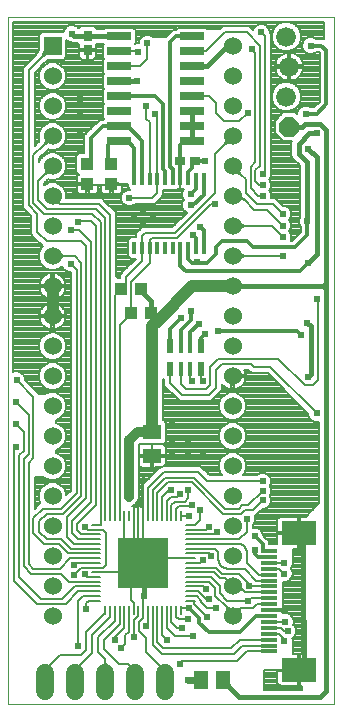
<source format=gbl>
G75*
%MOIN*%
%OFA0B0*%
%FSLAX25Y25*%
%IPPOS*%
%LPD*%
%AMOC8*
5,1,8,0,0,1.08239X$1,22.5*
%
%ADD10C,0.00000*%
%ADD11R,0.06000X0.06000*%
%ADD12C,0.06000*%
%ADD13R,0.06299X0.05118*%
%ADD14R,0.05118X0.05906*%
%ADD15C,0.00787*%
%ADD16R,0.16535X0.16535*%
%ADD17R,0.11811X0.07874*%
%ADD18R,0.05709X0.01181*%
%ADD19C,0.06000*%
%ADD20R,0.04331X0.03937*%
%ADD21R,0.01200X0.03900*%
%ADD22OC8,0.06600*%
%ADD23C,0.06600*%
%ADD24R,0.08000X0.02600*%
%ADD25R,0.03642X0.02913*%
%ADD26R,0.02913X0.03642*%
%ADD27R,0.03937X0.04331*%
%ADD28R,0.01732X0.04528*%
%ADD29R,0.02480X0.04528*%
%ADD30C,0.00800*%
%ADD31C,0.02400*%
%ADD32C,0.01600*%
%ADD33C,0.02400*%
%ADD34C,0.04000*%
%ADD35C,0.01200*%
%ADD36C,0.03200*%
D10*
X0002450Y0037800D02*
X0002450Y0266800D01*
X0111050Y0266800D01*
X0111050Y0037800D01*
X0002450Y0037800D01*
D11*
X0017250Y0257000D03*
D12*
X0017250Y0247000D03*
X0017250Y0237000D03*
X0017250Y0227000D03*
X0017250Y0217000D03*
X0017250Y0207000D03*
X0017250Y0197000D03*
X0017250Y0187000D03*
X0017250Y0177000D03*
X0017250Y0167000D03*
X0017250Y0157000D03*
X0017250Y0147000D03*
X0017250Y0137000D03*
X0017250Y0127000D03*
X0017250Y0117000D03*
X0017250Y0107000D03*
X0017250Y0097000D03*
X0017250Y0087000D03*
X0017250Y0077000D03*
X0017250Y0067000D03*
X0077250Y0067000D03*
X0077250Y0077000D03*
X0077250Y0087000D03*
X0077250Y0097000D03*
X0077250Y0107000D03*
X0077250Y0117000D03*
X0077250Y0127000D03*
X0077250Y0137000D03*
X0077250Y0147000D03*
X0077250Y0157000D03*
X0077250Y0167000D03*
X0077250Y0177000D03*
X0077250Y0187000D03*
X0077250Y0197000D03*
X0077250Y0207000D03*
X0077250Y0217000D03*
X0077250Y0227000D03*
X0077250Y0237000D03*
X0077250Y0247000D03*
X0077250Y0257000D03*
D13*
X0050450Y0128337D03*
X0050450Y0120463D03*
D14*
X0066710Y0045600D03*
X0074190Y0045600D03*
D15*
X0061820Y0072202D02*
X0061820Y0072202D01*
X0064576Y0072202D01*
X0064576Y0072202D01*
X0061820Y0072202D01*
X0061820Y0073776D02*
X0061820Y0073776D01*
X0064576Y0073776D01*
X0064576Y0073776D01*
X0061820Y0073776D01*
X0061820Y0075351D02*
X0061820Y0075351D01*
X0064576Y0075351D01*
X0064576Y0075351D01*
X0061820Y0075351D01*
X0061820Y0076926D02*
X0061820Y0076926D01*
X0064576Y0076926D01*
X0064576Y0076926D01*
X0061820Y0076926D01*
X0061820Y0078501D02*
X0061820Y0078501D01*
X0064576Y0078501D01*
X0064576Y0078501D01*
X0061820Y0078501D01*
X0061820Y0080076D02*
X0061820Y0080076D01*
X0064576Y0080076D01*
X0064576Y0080076D01*
X0061820Y0080076D01*
X0061820Y0081650D02*
X0061820Y0081650D01*
X0064576Y0081650D01*
X0064576Y0081650D01*
X0061820Y0081650D01*
X0061820Y0083225D02*
X0061820Y0083225D01*
X0064576Y0083225D01*
X0064576Y0083225D01*
X0061820Y0083225D01*
X0061820Y0084800D02*
X0061820Y0084800D01*
X0064576Y0084800D01*
X0064576Y0084800D01*
X0061820Y0084800D01*
X0061820Y0086375D02*
X0061820Y0086375D01*
X0064576Y0086375D01*
X0064576Y0086375D01*
X0061820Y0086375D01*
X0061820Y0087950D02*
X0061820Y0087950D01*
X0064576Y0087950D01*
X0064576Y0087950D01*
X0061820Y0087950D01*
X0061820Y0089524D02*
X0061820Y0089524D01*
X0064576Y0089524D01*
X0064576Y0089524D01*
X0061820Y0089524D01*
X0061820Y0091099D02*
X0061820Y0091099D01*
X0064576Y0091099D01*
X0064576Y0091099D01*
X0061820Y0091099D01*
X0061820Y0092674D02*
X0061820Y0092674D01*
X0064576Y0092674D01*
X0064576Y0092674D01*
X0061820Y0092674D01*
X0061820Y0094249D02*
X0061820Y0094249D01*
X0064576Y0094249D01*
X0064576Y0094249D01*
X0061820Y0094249D01*
X0061820Y0095824D02*
X0061820Y0095824D01*
X0064576Y0095824D01*
X0064576Y0095824D01*
X0061820Y0095824D01*
X0061820Y0097398D02*
X0061820Y0097398D01*
X0064576Y0097398D01*
X0064576Y0097398D01*
X0061820Y0097398D01*
X0060048Y0099170D02*
X0060048Y0099170D01*
X0060048Y0101926D01*
X0060048Y0101926D01*
X0060048Y0099170D01*
X0060048Y0099956D02*
X0060048Y0099956D01*
X0060048Y0100742D02*
X0060048Y0100742D01*
X0060048Y0101528D02*
X0060048Y0101528D01*
X0058474Y0099170D02*
X0058474Y0099170D01*
X0058474Y0101926D01*
X0058474Y0101926D01*
X0058474Y0099170D01*
X0058474Y0099956D02*
X0058474Y0099956D01*
X0058474Y0100742D02*
X0058474Y0100742D01*
X0058474Y0101528D02*
X0058474Y0101528D01*
X0056899Y0099170D02*
X0056899Y0099170D01*
X0056899Y0101926D01*
X0056899Y0101926D01*
X0056899Y0099170D01*
X0056899Y0099956D02*
X0056899Y0099956D01*
X0056899Y0100742D02*
X0056899Y0100742D01*
X0056899Y0101528D02*
X0056899Y0101528D01*
X0055324Y0099170D02*
X0055324Y0099170D01*
X0055324Y0101926D01*
X0055324Y0101926D01*
X0055324Y0099170D01*
X0055324Y0099956D02*
X0055324Y0099956D01*
X0055324Y0100742D02*
X0055324Y0100742D01*
X0055324Y0101528D02*
X0055324Y0101528D01*
X0053749Y0099170D02*
X0053749Y0099170D01*
X0053749Y0101926D01*
X0053749Y0101926D01*
X0053749Y0099170D01*
X0053749Y0099956D02*
X0053749Y0099956D01*
X0053749Y0100742D02*
X0053749Y0100742D01*
X0053749Y0101528D02*
X0053749Y0101528D01*
X0052174Y0099170D02*
X0052174Y0099170D01*
X0052174Y0101926D01*
X0052174Y0101926D01*
X0052174Y0099170D01*
X0052174Y0099956D02*
X0052174Y0099956D01*
X0052174Y0100742D02*
X0052174Y0100742D01*
X0052174Y0101528D02*
X0052174Y0101528D01*
X0050600Y0099170D02*
X0050600Y0099170D01*
X0050600Y0101926D01*
X0050600Y0101926D01*
X0050600Y0099170D01*
X0050600Y0099956D02*
X0050600Y0099956D01*
X0050600Y0100742D02*
X0050600Y0100742D01*
X0050600Y0101528D02*
X0050600Y0101528D01*
X0049025Y0099170D02*
X0049025Y0099170D01*
X0049025Y0101926D01*
X0049025Y0101926D01*
X0049025Y0099170D01*
X0049025Y0099956D02*
X0049025Y0099956D01*
X0049025Y0100742D02*
X0049025Y0100742D01*
X0049025Y0101528D02*
X0049025Y0101528D01*
X0047450Y0099170D02*
X0047450Y0099170D01*
X0047450Y0101926D01*
X0047450Y0101926D01*
X0047450Y0099170D01*
X0047450Y0099956D02*
X0047450Y0099956D01*
X0047450Y0100742D02*
X0047450Y0100742D01*
X0047450Y0101528D02*
X0047450Y0101528D01*
X0045875Y0099170D02*
X0045875Y0099170D01*
X0045875Y0101926D01*
X0045875Y0101926D01*
X0045875Y0099170D01*
X0045875Y0099956D02*
X0045875Y0099956D01*
X0045875Y0100742D02*
X0045875Y0100742D01*
X0045875Y0101528D02*
X0045875Y0101528D01*
X0044300Y0099170D02*
X0044300Y0099170D01*
X0044300Y0101926D01*
X0044300Y0101926D01*
X0044300Y0099170D01*
X0044300Y0099956D02*
X0044300Y0099956D01*
X0044300Y0100742D02*
X0044300Y0100742D01*
X0044300Y0101528D02*
X0044300Y0101528D01*
X0042726Y0099170D02*
X0042726Y0099170D01*
X0042726Y0101926D01*
X0042726Y0101926D01*
X0042726Y0099170D01*
X0042726Y0099956D02*
X0042726Y0099956D01*
X0042726Y0100742D02*
X0042726Y0100742D01*
X0042726Y0101528D02*
X0042726Y0101528D01*
X0041151Y0099170D02*
X0041151Y0099170D01*
X0041151Y0101926D01*
X0041151Y0101926D01*
X0041151Y0099170D01*
X0041151Y0099956D02*
X0041151Y0099956D01*
X0041151Y0100742D02*
X0041151Y0100742D01*
X0041151Y0101528D02*
X0041151Y0101528D01*
X0039576Y0099170D02*
X0039576Y0099170D01*
X0039576Y0101926D01*
X0039576Y0101926D01*
X0039576Y0099170D01*
X0039576Y0099956D02*
X0039576Y0099956D01*
X0039576Y0100742D02*
X0039576Y0100742D01*
X0039576Y0101528D02*
X0039576Y0101528D01*
X0038001Y0099170D02*
X0038001Y0099170D01*
X0038001Y0101926D01*
X0038001Y0101926D01*
X0038001Y0099170D01*
X0038001Y0099956D02*
X0038001Y0099956D01*
X0038001Y0100742D02*
X0038001Y0100742D01*
X0038001Y0101528D02*
X0038001Y0101528D01*
X0036426Y0099170D02*
X0036426Y0099170D01*
X0036426Y0101926D01*
X0036426Y0101926D01*
X0036426Y0099170D01*
X0036426Y0099956D02*
X0036426Y0099956D01*
X0036426Y0100742D02*
X0036426Y0100742D01*
X0036426Y0101528D02*
X0036426Y0101528D01*
X0034852Y0099170D02*
X0034852Y0099170D01*
X0034852Y0101926D01*
X0034852Y0101926D01*
X0034852Y0099170D01*
X0034852Y0099956D02*
X0034852Y0099956D01*
X0034852Y0100742D02*
X0034852Y0100742D01*
X0034852Y0101528D02*
X0034852Y0101528D01*
X0033080Y0097398D02*
X0033080Y0097398D01*
X0030324Y0097398D01*
X0030324Y0097398D01*
X0033080Y0097398D01*
X0033080Y0095824D02*
X0033080Y0095824D01*
X0030324Y0095824D01*
X0030324Y0095824D01*
X0033080Y0095824D01*
X0033080Y0094249D02*
X0033080Y0094249D01*
X0030324Y0094249D01*
X0030324Y0094249D01*
X0033080Y0094249D01*
X0033080Y0092674D02*
X0033080Y0092674D01*
X0030324Y0092674D01*
X0030324Y0092674D01*
X0033080Y0092674D01*
X0033080Y0091099D02*
X0033080Y0091099D01*
X0030324Y0091099D01*
X0030324Y0091099D01*
X0033080Y0091099D01*
X0033080Y0089524D02*
X0033080Y0089524D01*
X0030324Y0089524D01*
X0030324Y0089524D01*
X0033080Y0089524D01*
X0033080Y0087950D02*
X0033080Y0087950D01*
X0030324Y0087950D01*
X0030324Y0087950D01*
X0033080Y0087950D01*
X0033080Y0086375D02*
X0033080Y0086375D01*
X0030324Y0086375D01*
X0030324Y0086375D01*
X0033080Y0086375D01*
X0033080Y0084800D02*
X0033080Y0084800D01*
X0030324Y0084800D01*
X0030324Y0084800D01*
X0033080Y0084800D01*
X0033080Y0083225D02*
X0033080Y0083225D01*
X0030324Y0083225D01*
X0030324Y0083225D01*
X0033080Y0083225D01*
X0033080Y0081650D02*
X0033080Y0081650D01*
X0030324Y0081650D01*
X0030324Y0081650D01*
X0033080Y0081650D01*
X0033080Y0080076D02*
X0033080Y0080076D01*
X0030324Y0080076D01*
X0030324Y0080076D01*
X0033080Y0080076D01*
X0033080Y0078501D02*
X0033080Y0078501D01*
X0030324Y0078501D01*
X0030324Y0078501D01*
X0033080Y0078501D01*
X0033080Y0076926D02*
X0033080Y0076926D01*
X0030324Y0076926D01*
X0030324Y0076926D01*
X0033080Y0076926D01*
X0033080Y0075351D02*
X0033080Y0075351D01*
X0030324Y0075351D01*
X0030324Y0075351D01*
X0033080Y0075351D01*
X0033080Y0073776D02*
X0033080Y0073776D01*
X0030324Y0073776D01*
X0030324Y0073776D01*
X0033080Y0073776D01*
X0033080Y0072202D02*
X0033080Y0072202D01*
X0030324Y0072202D01*
X0030324Y0072202D01*
X0033080Y0072202D01*
X0034852Y0070430D02*
X0034852Y0070430D01*
X0034852Y0067674D01*
X0034852Y0067674D01*
X0034852Y0070430D01*
X0034852Y0068460D02*
X0034852Y0068460D01*
X0034852Y0069246D02*
X0034852Y0069246D01*
X0034852Y0070032D02*
X0034852Y0070032D01*
X0036426Y0070430D02*
X0036426Y0070430D01*
X0036426Y0067674D01*
X0036426Y0067674D01*
X0036426Y0070430D01*
X0036426Y0068460D02*
X0036426Y0068460D01*
X0036426Y0069246D02*
X0036426Y0069246D01*
X0036426Y0070032D02*
X0036426Y0070032D01*
X0038001Y0070430D02*
X0038001Y0070430D01*
X0038001Y0067674D01*
X0038001Y0067674D01*
X0038001Y0070430D01*
X0038001Y0068460D02*
X0038001Y0068460D01*
X0038001Y0069246D02*
X0038001Y0069246D01*
X0038001Y0070032D02*
X0038001Y0070032D01*
X0039576Y0070430D02*
X0039576Y0070430D01*
X0039576Y0067674D01*
X0039576Y0067674D01*
X0039576Y0070430D01*
X0039576Y0068460D02*
X0039576Y0068460D01*
X0039576Y0069246D02*
X0039576Y0069246D01*
X0039576Y0070032D02*
X0039576Y0070032D01*
X0041151Y0070430D02*
X0041151Y0070430D01*
X0041151Y0067674D01*
X0041151Y0067674D01*
X0041151Y0070430D01*
X0041151Y0068460D02*
X0041151Y0068460D01*
X0041151Y0069246D02*
X0041151Y0069246D01*
X0041151Y0070032D02*
X0041151Y0070032D01*
X0042726Y0070430D02*
X0042726Y0070430D01*
X0042726Y0067674D01*
X0042726Y0067674D01*
X0042726Y0070430D01*
X0042726Y0068460D02*
X0042726Y0068460D01*
X0042726Y0069246D02*
X0042726Y0069246D01*
X0042726Y0070032D02*
X0042726Y0070032D01*
X0044300Y0070430D02*
X0044300Y0070430D01*
X0044300Y0067674D01*
X0044300Y0067674D01*
X0044300Y0070430D01*
X0044300Y0068460D02*
X0044300Y0068460D01*
X0044300Y0069246D02*
X0044300Y0069246D01*
X0044300Y0070032D02*
X0044300Y0070032D01*
X0045875Y0070430D02*
X0045875Y0070430D01*
X0045875Y0067674D01*
X0045875Y0067674D01*
X0045875Y0070430D01*
X0045875Y0068460D02*
X0045875Y0068460D01*
X0045875Y0069246D02*
X0045875Y0069246D01*
X0045875Y0070032D02*
X0045875Y0070032D01*
X0047450Y0070430D02*
X0047450Y0070430D01*
X0047450Y0067674D01*
X0047450Y0067674D01*
X0047450Y0070430D01*
X0047450Y0068460D02*
X0047450Y0068460D01*
X0047450Y0069246D02*
X0047450Y0069246D01*
X0047450Y0070032D02*
X0047450Y0070032D01*
X0049025Y0070430D02*
X0049025Y0070430D01*
X0049025Y0067674D01*
X0049025Y0067674D01*
X0049025Y0070430D01*
X0049025Y0068460D02*
X0049025Y0068460D01*
X0049025Y0069246D02*
X0049025Y0069246D01*
X0049025Y0070032D02*
X0049025Y0070032D01*
X0050600Y0070430D02*
X0050600Y0070430D01*
X0050600Y0067674D01*
X0050600Y0067674D01*
X0050600Y0070430D01*
X0050600Y0068460D02*
X0050600Y0068460D01*
X0050600Y0069246D02*
X0050600Y0069246D01*
X0050600Y0070032D02*
X0050600Y0070032D01*
X0052174Y0070430D02*
X0052174Y0070430D01*
X0052174Y0067674D01*
X0052174Y0067674D01*
X0052174Y0070430D01*
X0052174Y0068460D02*
X0052174Y0068460D01*
X0052174Y0069246D02*
X0052174Y0069246D01*
X0052174Y0070032D02*
X0052174Y0070032D01*
X0053749Y0070430D02*
X0053749Y0070430D01*
X0053749Y0067674D01*
X0053749Y0067674D01*
X0053749Y0070430D01*
X0053749Y0068460D02*
X0053749Y0068460D01*
X0053749Y0069246D02*
X0053749Y0069246D01*
X0053749Y0070032D02*
X0053749Y0070032D01*
X0055324Y0070430D02*
X0055324Y0070430D01*
X0055324Y0067674D01*
X0055324Y0067674D01*
X0055324Y0070430D01*
X0055324Y0068460D02*
X0055324Y0068460D01*
X0055324Y0069246D02*
X0055324Y0069246D01*
X0055324Y0070032D02*
X0055324Y0070032D01*
X0056899Y0070430D02*
X0056899Y0070430D01*
X0056899Y0067674D01*
X0056899Y0067674D01*
X0056899Y0070430D01*
X0056899Y0068460D02*
X0056899Y0068460D01*
X0056899Y0069246D02*
X0056899Y0069246D01*
X0056899Y0070032D02*
X0056899Y0070032D01*
X0058474Y0070430D02*
X0058474Y0070430D01*
X0058474Y0067674D01*
X0058474Y0067674D01*
X0058474Y0070430D01*
X0058474Y0068460D02*
X0058474Y0068460D01*
X0058474Y0069246D02*
X0058474Y0069246D01*
X0058474Y0070032D02*
X0058474Y0070032D01*
X0060048Y0070430D02*
X0060048Y0070430D01*
X0060048Y0067674D01*
X0060048Y0067674D01*
X0060048Y0070430D01*
X0060048Y0068460D02*
X0060048Y0068460D01*
X0060048Y0069246D02*
X0060048Y0069246D01*
X0060048Y0070032D02*
X0060048Y0070032D01*
D16*
X0047450Y0084800D03*
D17*
X0099351Y0094835D03*
X0099351Y0049165D03*
D18*
X0089508Y0055268D03*
X0089508Y0057236D03*
X0089508Y0059205D03*
X0089508Y0061173D03*
X0089508Y0063142D03*
X0089508Y0065110D03*
X0089508Y0067079D03*
X0089508Y0069047D03*
X0089508Y0071016D03*
X0089508Y0072984D03*
X0089508Y0074953D03*
X0089508Y0076921D03*
X0089508Y0078890D03*
X0089508Y0080858D03*
X0089508Y0082827D03*
X0089508Y0084795D03*
X0089508Y0086764D03*
X0089508Y0088732D03*
D19*
X0054850Y0048000D02*
X0054850Y0042000D01*
X0044850Y0042000D02*
X0044850Y0048000D01*
X0034850Y0048000D02*
X0034850Y0042000D01*
X0024850Y0042000D02*
X0024850Y0048000D01*
X0014850Y0048000D02*
X0014850Y0042000D01*
D20*
X0028850Y0211054D03*
X0028850Y0217746D03*
X0036850Y0217746D03*
X0036850Y0211054D03*
D21*
X0044534Y0212687D03*
X0047093Y0212687D03*
X0049652Y0212687D03*
X0052211Y0212687D03*
X0054770Y0212687D03*
X0057330Y0212687D03*
X0059889Y0212687D03*
X0062448Y0212687D03*
X0065007Y0212687D03*
X0067566Y0212687D03*
X0067566Y0189713D03*
X0065007Y0189713D03*
X0062448Y0189713D03*
X0059889Y0189713D03*
X0057330Y0189713D03*
X0054770Y0189713D03*
X0052211Y0189713D03*
X0049652Y0189713D03*
X0047093Y0189713D03*
X0044534Y0189713D03*
D22*
X0096150Y0230200D03*
D23*
X0095150Y0240200D03*
X0096150Y0250200D03*
X0095150Y0260200D03*
D24*
X0063750Y0260300D03*
X0063750Y0255300D03*
X0063750Y0250300D03*
X0063750Y0245300D03*
X0063750Y0240300D03*
X0063750Y0235300D03*
X0063750Y0230300D03*
X0063750Y0225300D03*
X0039550Y0225300D03*
X0039550Y0230300D03*
X0039550Y0235300D03*
X0039550Y0240300D03*
X0039550Y0245300D03*
X0039550Y0250300D03*
X0039550Y0255300D03*
X0039550Y0260300D03*
D25*
X0059888Y0218800D03*
X0064612Y0218800D03*
D26*
X0028900Y0255638D03*
X0028900Y0260362D03*
D27*
X0039904Y0176000D03*
X0043304Y0168000D03*
X0046596Y0176000D03*
X0049996Y0168000D03*
D28*
X0060075Y0157039D03*
X0063225Y0157039D03*
X0063225Y0149361D03*
X0060075Y0149361D03*
D29*
X0056552Y0149361D03*
X0056552Y0157039D03*
X0066748Y0157039D03*
X0066748Y0149361D03*
D30*
X0066748Y0145698D01*
X0067148Y0145298D01*
X0067250Y0145400D01*
X0069650Y0144000D02*
X0068450Y0142800D01*
X0061650Y0142800D01*
X0060075Y0144375D01*
X0060075Y0149361D01*
X0063225Y0149361D02*
X0063225Y0146025D01*
X0063625Y0145625D01*
X0063650Y0145400D01*
X0060450Y0140800D02*
X0069250Y0140800D01*
X0071650Y0143200D01*
X0071650Y0149200D01*
X0073650Y0151200D01*
X0083250Y0151200D01*
X0084450Y0150000D01*
X0089850Y0150000D01*
X0105250Y0134600D01*
X0104151Y0132024D02*
X0054734Y0132024D01*
X0055200Y0131559D02*
X0054262Y0132496D01*
X0054050Y0132496D01*
X0054050Y0146096D01*
X0054552Y0145595D01*
X0054552Y0143870D01*
X0058450Y0139972D01*
X0059622Y0138800D01*
X0070078Y0138800D01*
X0072478Y0141200D01*
X0073650Y0142372D01*
X0073650Y0144469D01*
X0073894Y0144134D01*
X0074384Y0143644D01*
X0074944Y0143237D01*
X0075561Y0142922D01*
X0076220Y0142708D01*
X0076850Y0142609D01*
X0076850Y0146600D01*
X0077650Y0146600D01*
X0077650Y0147400D01*
X0081641Y0147400D01*
X0081542Y0148030D01*
X0081328Y0148689D01*
X0081067Y0149200D01*
X0082422Y0149200D01*
X0082450Y0149172D01*
X0083622Y0148000D01*
X0089022Y0148000D01*
X0102450Y0134572D01*
X0102450Y0134043D01*
X0102876Y0133014D01*
X0103664Y0132226D01*
X0104693Y0131800D01*
X0105807Y0131800D01*
X0106050Y0131901D01*
X0106050Y0104594D01*
X0103056Y0101600D01*
X0086078Y0101600D01*
X0087278Y0102800D01*
X0087807Y0102800D01*
X0088836Y0103226D01*
X0089624Y0104014D01*
X0090050Y0105043D01*
X0090050Y0106157D01*
X0089624Y0107186D01*
X0089610Y0107200D01*
X0089624Y0107214D01*
X0090050Y0108243D01*
X0090050Y0109357D01*
X0089624Y0110386D01*
X0089610Y0110400D01*
X0089624Y0110414D01*
X0090050Y0111443D01*
X0090050Y0112557D01*
X0089624Y0113586D01*
X0088836Y0114374D01*
X0087807Y0114800D01*
X0086693Y0114800D01*
X0085664Y0114374D01*
X0085290Y0114000D01*
X0080755Y0114000D01*
X0081150Y0114394D01*
X0081850Y0116085D01*
X0081850Y0117915D01*
X0081150Y0119606D01*
X0079856Y0120900D01*
X0078165Y0121600D01*
X0076335Y0121600D01*
X0074644Y0120900D01*
X0073350Y0119606D01*
X0072650Y0117915D01*
X0072650Y0116085D01*
X0073350Y0114394D01*
X0073745Y0114000D01*
X0069678Y0114000D01*
X0066478Y0117200D01*
X0054810Y0117200D01*
X0054904Y0117364D01*
X0055000Y0117720D01*
X0055000Y0120063D01*
X0050850Y0120063D01*
X0050850Y0120863D01*
X0055000Y0120863D01*
X0055000Y0123206D01*
X0054904Y0123562D01*
X0054720Y0123882D01*
X0054459Y0124142D01*
X0054312Y0124227D01*
X0055200Y0125115D01*
X0055200Y0131559D01*
X0055200Y0131226D02*
X0075432Y0131226D01*
X0074644Y0130900D02*
X0073350Y0129606D01*
X0072650Y0127915D01*
X0072650Y0126085D01*
X0073350Y0124394D01*
X0074644Y0123100D01*
X0076335Y0122400D01*
X0078165Y0122400D01*
X0079856Y0123100D01*
X0081150Y0124394D01*
X0081850Y0126085D01*
X0081850Y0127915D01*
X0081150Y0129606D01*
X0079856Y0130900D01*
X0078165Y0131600D01*
X0076335Y0131600D01*
X0074644Y0130900D01*
X0074172Y0130427D02*
X0055200Y0130427D01*
X0055200Y0129629D02*
X0073373Y0129629D01*
X0073029Y0128830D02*
X0055200Y0128830D01*
X0055200Y0128032D02*
X0072698Y0128032D01*
X0072650Y0127233D02*
X0055200Y0127233D01*
X0055200Y0126435D02*
X0072650Y0126435D01*
X0072836Y0125636D02*
X0055200Y0125636D01*
X0054922Y0124838D02*
X0073167Y0124838D01*
X0073705Y0124039D02*
X0054562Y0124039D01*
X0054850Y0124400D02*
X0050450Y0124400D01*
X0050450Y0120400D01*
X0046050Y0120400D01*
X0046050Y0124400D01*
X0050450Y0124400D01*
X0050050Y0120863D02*
X0046050Y0120863D01*
X0046050Y0120063D01*
X0050050Y0120063D01*
X0050050Y0120863D01*
X0050050Y0120845D02*
X0046050Y0120845D01*
X0046050Y0120400D02*
X0046050Y0117200D01*
X0046050Y0117270D02*
X0046180Y0117044D01*
X0046441Y0116784D01*
X0046760Y0116599D01*
X0047116Y0116504D01*
X0050050Y0116504D01*
X0050050Y0120063D01*
X0050850Y0120063D01*
X0050850Y0116504D01*
X0052926Y0116504D01*
X0052450Y0116028D01*
X0048196Y0111775D01*
X0047025Y0110603D01*
X0047025Y0103669D01*
X0046758Y0103597D01*
X0046663Y0103543D01*
X0046568Y0103597D01*
X0046111Y0103720D01*
X0045875Y0103720D01*
X0045639Y0103720D01*
X0045183Y0103597D01*
X0045088Y0103543D01*
X0044993Y0103597D01*
X0044537Y0103720D01*
X0044300Y0103720D01*
X0044064Y0103720D01*
X0043818Y0103654D01*
X0043758Y0103713D01*
X0044663Y0104087D01*
X0045563Y0104987D01*
X0046050Y0106163D01*
X0046050Y0117270D01*
X0046050Y0116853D02*
X0046372Y0116853D01*
X0046050Y0116054D02*
X0052476Y0116054D01*
X0051677Y0115256D02*
X0046050Y0115256D01*
X0046050Y0114457D02*
X0050879Y0114457D01*
X0050080Y0113659D02*
X0046050Y0113659D01*
X0046050Y0112860D02*
X0049282Y0112860D01*
X0048483Y0112062D02*
X0046050Y0112062D01*
X0046050Y0111263D02*
X0047685Y0111263D01*
X0047025Y0110465D02*
X0046050Y0110465D01*
X0046050Y0109666D02*
X0047025Y0109666D01*
X0047025Y0108868D02*
X0046050Y0108868D01*
X0046050Y0108069D02*
X0047025Y0108069D01*
X0047025Y0107270D02*
X0046050Y0107270D01*
X0046050Y0106472D02*
X0047025Y0106472D01*
X0047450Y0106400D02*
X0045875Y0104825D01*
X0045875Y0100548D01*
X0045875Y0090225D01*
X0045650Y0090000D01*
X0044450Y0089600D02*
X0044300Y0089750D01*
X0044300Y0100548D01*
X0044300Y0103250D01*
X0045875Y0104825D01*
X0045450Y0104875D02*
X0047025Y0104875D01*
X0047025Y0105673D02*
X0045847Y0105673D01*
X0045875Y0103720D02*
X0045875Y0102786D01*
X0045875Y0102786D01*
X0045875Y0102786D01*
X0045875Y0103720D01*
X0045875Y0103278D02*
X0045875Y0103278D01*
X0047025Y0104076D02*
X0044637Y0104076D01*
X0044300Y0103720D02*
X0044300Y0103171D01*
X0044300Y0103720D01*
X0044300Y0103278D02*
X0044300Y0103278D01*
X0044300Y0103171D02*
X0044300Y0103171D01*
X0041151Y0100548D02*
X0041151Y0088099D01*
X0043050Y0086200D01*
X0043050Y0088000D01*
X0041850Y0090000D01*
X0043050Y0086200D02*
X0046650Y0082600D01*
X0047250Y0082000D02*
X0047450Y0081800D01*
X0047450Y0078000D01*
X0047650Y0080800D02*
X0050450Y0078000D01*
X0053050Y0078000D01*
X0053050Y0084000D02*
X0051450Y0084800D01*
X0047450Y0084800D01*
X0043250Y0084800D01*
X0042850Y0084400D01*
X0042850Y0084200D01*
X0041850Y0084000D01*
X0043250Y0081650D02*
X0042650Y0081050D01*
X0041850Y0078000D01*
X0043250Y0076600D01*
X0043250Y0072400D01*
X0044300Y0071350D01*
X0044300Y0069052D01*
X0042726Y0069052D02*
X0042726Y0061876D01*
X0041450Y0060600D01*
X0041450Y0057800D01*
X0040050Y0056400D01*
X0038050Y0059200D02*
X0038050Y0060000D01*
X0041151Y0063101D01*
X0041151Y0069052D01*
X0039576Y0069052D02*
X0039576Y0064326D01*
X0034450Y0059200D01*
X0034450Y0056000D01*
X0039250Y0051200D01*
X0042450Y0051200D01*
X0042850Y0050800D01*
X0044450Y0050000D01*
X0043650Y0049200D02*
X0042850Y0050800D01*
X0044850Y0048800D01*
X0044850Y0045000D01*
X0052850Y0050800D02*
X0048450Y0055200D01*
X0048450Y0059800D01*
X0046050Y0062200D01*
X0046050Y0065000D01*
X0047450Y0066400D01*
X0047450Y0069052D01*
X0047450Y0073800D01*
X0047650Y0073600D01*
X0049025Y0069052D02*
X0049025Y0064575D01*
X0048250Y0063800D01*
X0050600Y0069052D02*
X0050600Y0057450D01*
X0053650Y0054400D01*
X0077650Y0054400D01*
X0080486Y0057236D01*
X0089508Y0057236D01*
X0089508Y0055268D02*
X0082118Y0055268D01*
X0078850Y0052000D01*
X0060450Y0052000D01*
X0059650Y0051200D01*
X0058050Y0060400D02*
X0064050Y0060400D01*
X0062450Y0066000D02*
X0059250Y0066000D01*
X0058474Y0066776D01*
X0058474Y0069052D01*
X0060048Y0069052D02*
X0060048Y0069600D01*
X0062850Y0069600D01*
X0064450Y0071200D02*
X0068850Y0066800D01*
X0068850Y0069600D02*
X0071650Y0069600D01*
X0068850Y0069600D02*
X0066850Y0071600D01*
X0066850Y0072200D01*
X0065274Y0073776D01*
X0063198Y0073776D01*
X0063198Y0072202D02*
X0064248Y0072202D01*
X0064450Y0072000D01*
X0064450Y0071200D01*
X0068450Y0072800D02*
X0065899Y0075351D01*
X0063198Y0075351D01*
X0063198Y0076926D02*
X0067524Y0076926D01*
X0068450Y0076000D01*
X0069349Y0078501D02*
X0071450Y0076400D01*
X0071450Y0073800D01*
X0075250Y0070000D01*
X0077250Y0069200D01*
X0077250Y0068000D02*
X0077250Y0067000D01*
X0077450Y0067000D01*
X0080050Y0069600D01*
X0078450Y0069200D01*
X0079250Y0068000D02*
X0080050Y0069600D01*
X0084050Y0069600D01*
X0085466Y0071016D01*
X0089508Y0071016D01*
X0089508Y0072984D02*
X0083234Y0072984D01*
X0082450Y0072200D01*
X0075450Y0072200D01*
X0073050Y0074600D01*
X0073050Y0077200D01*
X0070174Y0080076D01*
X0063198Y0080076D01*
X0063198Y0081650D02*
X0071000Y0081650D01*
X0073050Y0079600D01*
X0074650Y0079600D01*
X0077250Y0077000D01*
X0078250Y0076000D01*
X0078850Y0076000D01*
X0080850Y0075600D01*
X0080450Y0076000D01*
X0079250Y0076800D01*
X0078850Y0076000D02*
X0080450Y0076000D01*
X0080850Y0075600D02*
X0081497Y0074953D01*
X0089508Y0074953D01*
X0089508Y0076921D02*
X0089430Y0077000D01*
X0083050Y0077000D01*
X0082850Y0077200D01*
X0082850Y0077600D01*
X0079250Y0081200D01*
X0073850Y0081200D01*
X0071825Y0083225D01*
X0063198Y0083225D01*
X0063198Y0084800D02*
X0066450Y0084800D01*
X0067250Y0085600D01*
X0069300Y0087950D02*
X0070050Y0087200D01*
X0069300Y0087950D02*
X0063198Y0087950D01*
X0063198Y0089524D02*
X0070926Y0089524D01*
X0071003Y0089522D01*
X0071080Y0089516D01*
X0071157Y0089506D01*
X0071233Y0089493D01*
X0071308Y0089475D01*
X0071382Y0089454D01*
X0071455Y0089429D01*
X0071527Y0089400D01*
X0071597Y0089368D01*
X0071666Y0089333D01*
X0071732Y0089293D01*
X0071797Y0089251D01*
X0071859Y0089205D01*
X0071919Y0089156D01*
X0071976Y0089105D01*
X0072031Y0089050D01*
X0072082Y0088993D01*
X0072131Y0088933D01*
X0072177Y0088871D01*
X0072219Y0088806D01*
X0072259Y0088740D01*
X0072294Y0088671D01*
X0072326Y0088601D01*
X0072355Y0088529D01*
X0072380Y0088456D01*
X0072401Y0088382D01*
X0072419Y0088307D01*
X0072432Y0088231D01*
X0072442Y0088154D01*
X0072448Y0088077D01*
X0072450Y0088000D01*
X0072450Y0086400D01*
X0072452Y0086282D01*
X0072458Y0086165D01*
X0072467Y0086047D01*
X0072481Y0085930D01*
X0072498Y0085814D01*
X0072519Y0085698D01*
X0072544Y0085583D01*
X0072573Y0085468D01*
X0072605Y0085355D01*
X0072641Y0085243D01*
X0072681Y0085132D01*
X0072724Y0085022D01*
X0072771Y0084914D01*
X0072821Y0084808D01*
X0072875Y0084703D01*
X0072932Y0084600D01*
X0072993Y0084499D01*
X0073057Y0084400D01*
X0073124Y0084303D01*
X0073194Y0084208D01*
X0073267Y0084116D01*
X0073343Y0084026D01*
X0073422Y0083939D01*
X0073504Y0083854D01*
X0073589Y0083772D01*
X0073676Y0083693D01*
X0073766Y0083617D01*
X0073858Y0083544D01*
X0073953Y0083474D01*
X0074050Y0083407D01*
X0074149Y0083343D01*
X0074250Y0083282D01*
X0074353Y0083225D01*
X0074458Y0083171D01*
X0074564Y0083121D01*
X0074672Y0083074D01*
X0074782Y0083031D01*
X0074893Y0082991D01*
X0075005Y0082955D01*
X0075118Y0082923D01*
X0075233Y0082894D01*
X0075348Y0082869D01*
X0075464Y0082848D01*
X0075580Y0082831D01*
X0075697Y0082817D01*
X0075815Y0082808D01*
X0075932Y0082802D01*
X0076050Y0082800D01*
X0081250Y0082800D01*
X0085160Y0078890D01*
X0089508Y0078890D01*
X0089508Y0080858D02*
X0085992Y0080858D01*
X0082050Y0084800D01*
X0082050Y0088400D01*
X0079524Y0092674D02*
X0082050Y0095200D01*
X0082050Y0099400D01*
X0080050Y0101200D02*
X0081250Y0102400D01*
X0084050Y0102400D01*
X0087250Y0105600D01*
X0086958Y0102479D02*
X0103935Y0102479D01*
X0103456Y0102000D02*
X0101628Y0100172D01*
X0099751Y0100172D01*
X0099751Y0095235D01*
X0098951Y0095235D01*
X0098951Y0100172D01*
X0093261Y0100172D01*
X0092905Y0100076D01*
X0092586Y0099892D01*
X0092325Y0099631D01*
X0092141Y0099312D01*
X0092045Y0098956D01*
X0092045Y0095235D01*
X0098951Y0095235D01*
X0098951Y0094435D01*
X0092045Y0094435D01*
X0092045Y0090923D01*
X0090429Y0090923D01*
X0090420Y0090932D01*
X0089450Y0090932D01*
X0089450Y0091911D01*
X0088161Y0093200D01*
X0087450Y0093911D01*
X0087450Y0094157D01*
X0087024Y0095186D01*
X0086236Y0095974D01*
X0085207Y0096400D01*
X0084093Y0096400D01*
X0084050Y0096382D01*
X0084050Y0097440D01*
X0084424Y0097814D01*
X0084850Y0098843D01*
X0084850Y0099957D01*
X0084666Y0100400D01*
X0084878Y0100400D01*
X0086478Y0102000D01*
X0103456Y0102000D01*
X0103137Y0101681D02*
X0086159Y0101681D01*
X0103137Y0101681D01*
X0102338Y0100882D02*
X0085361Y0100882D01*
X0084797Y0100084D02*
X0092933Y0100084D01*
X0092134Y0099285D02*
X0084850Y0099285D01*
X0084702Y0098487D02*
X0092045Y0098487D01*
X0092045Y0097688D02*
X0084298Y0097688D01*
X0084050Y0096890D02*
X0092045Y0096890D01*
X0092045Y0096091D02*
X0085952Y0096091D01*
X0086917Y0095293D02*
X0092045Y0095293D01*
X0092045Y0093696D02*
X0087665Y0093696D01*
X0087310Y0094494D02*
X0098951Y0094494D01*
X0098951Y0094435D02*
X0099751Y0094435D01*
X0099751Y0089498D01*
X0100450Y0089498D01*
X0100450Y0054502D01*
X0099751Y0054502D01*
X0099751Y0049565D01*
X0098951Y0049565D01*
X0098951Y0048765D01*
X0099751Y0048765D01*
X0099751Y0043828D01*
X0100450Y0043828D01*
X0100450Y0042400D01*
X0087650Y0042400D01*
X0087650Y0049200D01*
X0093278Y0049200D01*
X0093644Y0049565D01*
X0098951Y0049565D01*
X0098951Y0054502D01*
X0097250Y0054502D01*
X0097250Y0059357D01*
X0097153Y0059592D01*
X0097236Y0059626D01*
X0098024Y0060414D01*
X0098450Y0061443D01*
X0098450Y0062557D01*
X0098024Y0063586D01*
X0097450Y0064160D01*
X0097650Y0064643D01*
X0097650Y0065757D01*
X0097224Y0066786D01*
X0096436Y0067574D01*
X0095407Y0068000D01*
X0094361Y0068000D01*
X0094161Y0068200D01*
X0093963Y0068200D01*
X0093963Y0068332D01*
X0093763Y0068532D01*
X0093763Y0069047D01*
X0093247Y0069047D01*
X0093247Y0069047D01*
X0093247Y0069047D01*
X0093763Y0069047D01*
X0093763Y0069562D01*
X0093963Y0069762D01*
X0093963Y0078400D01*
X0095007Y0078400D01*
X0096036Y0078826D01*
X0096824Y0079614D01*
X0097250Y0080643D01*
X0097250Y0081757D01*
X0096824Y0082786D01*
X0096610Y0083000D01*
X0096824Y0083214D01*
X0097250Y0084243D01*
X0097250Y0089498D01*
X0098951Y0089498D01*
X0098951Y0094435D01*
X0098951Y0093696D02*
X0099751Y0093696D01*
X0099751Y0092897D02*
X0098951Y0092897D01*
X0098951Y0092099D02*
X0099751Y0092099D01*
X0099751Y0091300D02*
X0098951Y0091300D01*
X0098951Y0090502D02*
X0099751Y0090502D01*
X0099751Y0089703D02*
X0098951Y0089703D01*
X0100450Y0088905D02*
X0097250Y0088905D01*
X0097250Y0088106D02*
X0100450Y0088106D01*
X0100450Y0087308D02*
X0097250Y0087308D01*
X0097250Y0086509D02*
X0100450Y0086509D01*
X0100450Y0085711D02*
X0097250Y0085711D01*
X0097250Y0084912D02*
X0100450Y0084912D01*
X0100450Y0084114D02*
X0097196Y0084114D01*
X0096866Y0083315D02*
X0100450Y0083315D01*
X0100450Y0082517D02*
X0096935Y0082517D01*
X0097250Y0081718D02*
X0100450Y0081718D01*
X0100450Y0080920D02*
X0097250Y0080920D01*
X0097034Y0080121D02*
X0100450Y0080121D01*
X0100450Y0079323D02*
X0096532Y0079323D01*
X0095306Y0078524D02*
X0100450Y0078524D01*
X0100450Y0077726D02*
X0093963Y0077726D01*
X0093963Y0076927D02*
X0100450Y0076927D01*
X0100450Y0076129D02*
X0093963Y0076129D01*
X0093963Y0075330D02*
X0100450Y0075330D01*
X0100450Y0074532D02*
X0093963Y0074532D01*
X0093963Y0073733D02*
X0100450Y0073733D01*
X0100450Y0072934D02*
X0093963Y0072934D01*
X0093963Y0072136D02*
X0100450Y0072136D01*
X0100450Y0071337D02*
X0093963Y0071337D01*
X0093963Y0070539D02*
X0100450Y0070539D01*
X0100450Y0069740D02*
X0093941Y0069740D01*
X0093763Y0068942D02*
X0100450Y0068942D01*
X0100450Y0068143D02*
X0094218Y0068143D01*
X0094850Y0065200D02*
X0094760Y0065110D01*
X0089508Y0065110D01*
X0089508Y0063142D02*
X0093308Y0063142D01*
X0094450Y0062000D01*
X0095650Y0062000D01*
X0097459Y0064151D02*
X0100450Y0064151D01*
X0100450Y0064949D02*
X0097650Y0064949D01*
X0097650Y0065748D02*
X0100450Y0065748D01*
X0100450Y0066546D02*
X0097323Y0066546D01*
X0096665Y0067345D02*
X0100450Y0067345D01*
X0100450Y0063352D02*
X0098121Y0063352D01*
X0098450Y0062554D02*
X0100450Y0062554D01*
X0100450Y0061755D02*
X0098450Y0061755D01*
X0098249Y0060957D02*
X0100450Y0060957D01*
X0100450Y0060158D02*
X0097768Y0060158D01*
X0097249Y0059360D02*
X0100450Y0059360D01*
X0100450Y0058561D02*
X0097250Y0058561D01*
X0097250Y0057763D02*
X0100450Y0057763D01*
X0100450Y0056964D02*
X0097250Y0056964D01*
X0097250Y0056166D02*
X0100450Y0056166D01*
X0100450Y0055367D02*
X0097250Y0055367D01*
X0097250Y0054569D02*
X0100450Y0054569D01*
X0099751Y0053770D02*
X0098951Y0053770D01*
X0098951Y0052972D02*
X0099751Y0052972D01*
X0099751Y0052173D02*
X0098951Y0052173D01*
X0098951Y0051375D02*
X0099751Y0051375D01*
X0099751Y0050576D02*
X0098951Y0050576D01*
X0098951Y0049778D02*
X0099751Y0049778D01*
X0098951Y0048979D02*
X0087650Y0048979D01*
X0087650Y0048181D02*
X0092045Y0048181D01*
X0092045Y0048765D02*
X0092045Y0045044D01*
X0092141Y0044688D01*
X0092325Y0044369D01*
X0092586Y0044108D01*
X0092905Y0043924D01*
X0093261Y0043828D01*
X0098951Y0043828D01*
X0098951Y0048765D01*
X0092045Y0048765D01*
X0092045Y0047382D02*
X0087650Y0047382D01*
X0087650Y0046584D02*
X0092045Y0046584D01*
X0092045Y0045785D02*
X0087650Y0045785D01*
X0087650Y0044987D02*
X0092061Y0044987D01*
X0092506Y0044188D02*
X0087650Y0044188D01*
X0087650Y0043390D02*
X0100450Y0043390D01*
X0100450Y0042591D02*
X0087650Y0042591D01*
X0087250Y0055200D02*
X0089441Y0055200D01*
X0089508Y0055268D01*
X0089508Y0059205D02*
X0079655Y0059205D01*
X0076850Y0056400D01*
X0054050Y0056400D01*
X0052174Y0058276D01*
X0052174Y0069052D01*
X0053749Y0069052D02*
X0053749Y0060701D01*
X0055250Y0059200D01*
X0058050Y0060400D02*
X0055324Y0063126D01*
X0055324Y0069052D01*
X0056899Y0069052D02*
X0056899Y0065151D01*
X0058850Y0063200D01*
X0060450Y0063200D01*
X0054450Y0050000D02*
X0052850Y0050800D01*
X0053250Y0049600D01*
X0052850Y0050800D02*
X0054850Y0048800D01*
X0054850Y0045000D01*
X0044450Y0060000D02*
X0044450Y0065600D01*
X0045875Y0067025D01*
X0045875Y0069052D01*
X0040050Y0077650D02*
X0044050Y0081650D01*
X0044300Y0081650D01*
X0045950Y0083300D01*
X0047450Y0084800D01*
X0047450Y0084000D01*
X0047450Y0084800D02*
X0045875Y0086375D01*
X0047450Y0084800D02*
X0047450Y0090000D01*
X0049475Y0086375D01*
X0063198Y0086375D01*
X0049025Y0086375D01*
X0047450Y0084800D01*
X0047450Y0090000D02*
X0047450Y0100548D01*
X0047450Y0106400D01*
X0047450Y0113000D01*
X0048850Y0114400D01*
X0050050Y0116853D02*
X0050850Y0116853D01*
X0051250Y0116600D02*
X0053850Y0116600D01*
X0054450Y0117200D01*
X0055050Y0117800D01*
X0055050Y0118000D01*
X0054981Y0117651D02*
X0072650Y0117651D01*
X0072650Y0116853D02*
X0066826Y0116853D01*
X0067624Y0116054D02*
X0072663Y0116054D01*
X0072994Y0115256D02*
X0068423Y0115256D01*
X0069221Y0114457D02*
X0073324Y0114457D01*
X0072871Y0118450D02*
X0055000Y0118450D01*
X0055000Y0119248D02*
X0073202Y0119248D01*
X0073791Y0120047D02*
X0055000Y0120047D01*
X0055000Y0121644D02*
X0106050Y0121644D01*
X0106050Y0122442D02*
X0078267Y0122442D01*
X0076233Y0122442D02*
X0055000Y0122442D01*
X0054990Y0123241D02*
X0074504Y0123241D01*
X0074590Y0120845D02*
X0050850Y0120845D01*
X0050850Y0120047D02*
X0050050Y0120047D01*
X0050050Y0119248D02*
X0050850Y0119248D01*
X0050850Y0118450D02*
X0050050Y0118450D01*
X0050050Y0117651D02*
X0050850Y0117651D01*
X0054450Y0117200D02*
X0054850Y0117200D01*
X0054450Y0115200D02*
X0065650Y0115200D01*
X0068850Y0112000D01*
X0087250Y0112000D01*
X0085865Y0114457D02*
X0081176Y0114457D01*
X0081506Y0115256D02*
X0106050Y0115256D01*
X0106050Y0116054D02*
X0081837Y0116054D01*
X0081850Y0116853D02*
X0106050Y0116853D01*
X0106050Y0117651D02*
X0081850Y0117651D01*
X0081629Y0118450D02*
X0106050Y0118450D01*
X0106050Y0119248D02*
X0081298Y0119248D01*
X0080709Y0120047D02*
X0106050Y0120047D01*
X0106050Y0120845D02*
X0079910Y0120845D01*
X0079996Y0123241D02*
X0106050Y0123241D01*
X0106050Y0124039D02*
X0080795Y0124039D01*
X0081333Y0124838D02*
X0106050Y0124838D01*
X0106050Y0125636D02*
X0081664Y0125636D01*
X0081850Y0126435D02*
X0106050Y0126435D01*
X0106050Y0127233D02*
X0081850Y0127233D01*
X0081802Y0128032D02*
X0106050Y0128032D01*
X0106050Y0128830D02*
X0081471Y0128830D01*
X0081127Y0129629D02*
X0106050Y0129629D01*
X0106050Y0130427D02*
X0080328Y0130427D01*
X0079068Y0131226D02*
X0106050Y0131226D01*
X0103067Y0132823D02*
X0079186Y0132823D01*
X0079856Y0133100D02*
X0078165Y0132400D01*
X0076335Y0132400D01*
X0074644Y0133100D01*
X0073350Y0134394D01*
X0072650Y0136085D01*
X0072650Y0137915D01*
X0073350Y0139606D01*
X0074644Y0140900D01*
X0076335Y0141600D01*
X0078165Y0141600D01*
X0079856Y0140900D01*
X0081150Y0139606D01*
X0081850Y0137915D01*
X0081850Y0136085D01*
X0081150Y0134394D01*
X0079856Y0133100D01*
X0080377Y0133621D02*
X0102625Y0133621D01*
X0102450Y0134420D02*
X0081160Y0134420D01*
X0081491Y0135218D02*
X0101803Y0135218D01*
X0101005Y0136017D02*
X0081822Y0136017D01*
X0081850Y0136815D02*
X0100206Y0136815D01*
X0099408Y0137614D02*
X0081850Y0137614D01*
X0081644Y0138412D02*
X0098609Y0138412D01*
X0097811Y0139211D02*
X0081313Y0139211D01*
X0080746Y0140009D02*
X0097012Y0140009D01*
X0096214Y0140808D02*
X0079947Y0140808D01*
X0078939Y0142922D02*
X0079556Y0143237D01*
X0080116Y0143644D01*
X0080606Y0144134D01*
X0081013Y0144694D01*
X0081328Y0145311D01*
X0081542Y0145970D01*
X0081641Y0146600D01*
X0077650Y0146600D01*
X0077650Y0142609D01*
X0078280Y0142708D01*
X0078939Y0142922D01*
X0079491Y0143203D02*
X0093818Y0143203D01*
X0094617Y0142405D02*
X0073650Y0142405D01*
X0073650Y0143203D02*
X0075009Y0143203D01*
X0074025Y0144002D02*
X0073650Y0144002D01*
X0072885Y0141606D02*
X0095415Y0141606D01*
X0093020Y0144002D02*
X0080475Y0144002D01*
X0081068Y0144801D02*
X0092221Y0144801D01*
X0091423Y0145599D02*
X0081421Y0145599D01*
X0081609Y0146398D02*
X0090624Y0146398D01*
X0089826Y0147196D02*
X0077650Y0147196D01*
X0077650Y0146398D02*
X0076850Y0146398D01*
X0076850Y0145599D02*
X0077650Y0145599D01*
X0077650Y0144801D02*
X0076850Y0144801D01*
X0076850Y0144002D02*
X0077650Y0144002D01*
X0077650Y0143203D02*
X0076850Y0143203D01*
X0074553Y0140808D02*
X0072086Y0140808D01*
X0071288Y0140009D02*
X0073754Y0140009D01*
X0073187Y0139211D02*
X0070489Y0139211D01*
X0072650Y0137614D02*
X0054050Y0137614D01*
X0054050Y0138412D02*
X0072856Y0138412D01*
X0072650Y0136815D02*
X0054050Y0136815D01*
X0054050Y0136017D02*
X0072678Y0136017D01*
X0073009Y0135218D02*
X0054050Y0135218D01*
X0054050Y0134420D02*
X0073340Y0134420D01*
X0074123Y0133621D02*
X0054050Y0133621D01*
X0054050Y0132823D02*
X0075314Y0132823D01*
X0069650Y0144000D02*
X0069650Y0150000D01*
X0072450Y0152800D01*
X0092450Y0152800D01*
X0101250Y0144000D01*
X0104050Y0144000D01*
X0105650Y0145600D01*
X0105650Y0172400D01*
X0105250Y0172800D01*
X0097139Y0192200D02*
X0096584Y0192200D01*
X0096850Y0192843D01*
X0096850Y0193957D01*
X0096424Y0194986D01*
X0096110Y0195300D01*
X0096424Y0195614D01*
X0096850Y0196643D01*
X0096850Y0197757D01*
X0096424Y0198786D01*
X0096110Y0199100D01*
X0096424Y0199414D01*
X0096850Y0200443D01*
X0096850Y0201557D01*
X0096424Y0202586D01*
X0095636Y0203374D01*
X0094607Y0203800D01*
X0094078Y0203800D01*
X0091478Y0206400D01*
X0089949Y0206400D01*
X0090050Y0206643D01*
X0090050Y0207757D01*
X0089624Y0208786D01*
X0089410Y0209000D01*
X0089624Y0209214D01*
X0090050Y0210243D01*
X0090050Y0211357D01*
X0089624Y0212386D01*
X0089410Y0212600D01*
X0089624Y0212814D01*
X0090050Y0213843D01*
X0090050Y0261228D01*
X0089650Y0261628D01*
X0089650Y0262157D01*
X0089224Y0263186D01*
X0088436Y0263974D01*
X0087407Y0264400D01*
X0086293Y0264400D01*
X0085264Y0263974D01*
X0084476Y0263186D01*
X0084130Y0262349D01*
X0084050Y0262428D01*
X0082878Y0263600D01*
X0074022Y0263600D01*
X0073222Y0262800D01*
X0068813Y0262800D01*
X0068413Y0263200D01*
X0059087Y0263200D01*
X0058387Y0262500D01*
X0057439Y0262500D01*
X0056150Y0261211D01*
X0054939Y0260000D01*
X0050810Y0260000D01*
X0050436Y0260374D01*
X0049407Y0260800D01*
X0048293Y0260800D01*
X0047264Y0260374D01*
X0046476Y0259586D01*
X0046050Y0258557D01*
X0046050Y0258000D01*
X0045093Y0258000D01*
X0044614Y0257802D01*
X0045150Y0258337D01*
X0045150Y0262263D01*
X0044213Y0263200D01*
X0034887Y0263200D01*
X0034387Y0262700D01*
X0031957Y0262700D01*
X0031957Y0262846D01*
X0031019Y0263783D01*
X0026781Y0263783D01*
X0025904Y0262906D01*
X0025236Y0263574D01*
X0024207Y0264000D01*
X0023093Y0264000D01*
X0022064Y0263574D01*
X0021276Y0262786D01*
X0020850Y0261757D01*
X0020850Y0261600D01*
X0013587Y0261600D01*
X0012650Y0260663D01*
X0012650Y0255743D01*
X0012119Y0254769D01*
X0011824Y0254563D01*
X0011790Y0254368D01*
X0011650Y0254228D01*
X0007250Y0249828D01*
X0007250Y0203172D01*
X0008422Y0202000D01*
X0010050Y0200372D01*
X0010050Y0194372D01*
X0011222Y0193200D01*
X0014083Y0190338D01*
X0013350Y0189606D01*
X0012650Y0187915D01*
X0012650Y0186085D01*
X0013350Y0184394D01*
X0014644Y0183100D01*
X0016335Y0182400D01*
X0018165Y0182400D01*
X0019856Y0183100D01*
X0020493Y0183738D01*
X0020876Y0182814D01*
X0021664Y0182026D01*
X0022693Y0181600D01*
X0023222Y0181600D01*
X0023250Y0181572D01*
X0023250Y0108828D01*
X0021850Y0107428D01*
X0021850Y0107915D01*
X0021150Y0109606D01*
X0019856Y0110900D01*
X0018165Y0111600D01*
X0016335Y0111600D01*
X0014644Y0110900D01*
X0013350Y0109606D01*
X0012650Y0107915D01*
X0012650Y0106085D01*
X0013194Y0104772D01*
X0012050Y0103628D01*
X0011250Y0102828D01*
X0011250Y0113400D01*
X0014078Y0113400D01*
X0014212Y0113533D01*
X0014644Y0113100D01*
X0016335Y0112400D01*
X0018165Y0112400D01*
X0019856Y0113100D01*
X0021150Y0114394D01*
X0021850Y0116085D01*
X0021850Y0117915D01*
X0021150Y0119606D01*
X0019856Y0120900D01*
X0018450Y0121482D01*
X0018450Y0122518D01*
X0019856Y0123100D01*
X0021150Y0124394D01*
X0021850Y0126085D01*
X0021850Y0127915D01*
X0021150Y0129606D01*
X0019856Y0130900D01*
X0018450Y0131482D01*
X0018450Y0132518D01*
X0019856Y0133100D01*
X0021150Y0134394D01*
X0021850Y0136085D01*
X0021850Y0137915D01*
X0021150Y0139606D01*
X0019856Y0140900D01*
X0018165Y0141600D01*
X0016335Y0141600D01*
X0014886Y0141000D01*
X0012850Y0141000D01*
X0012850Y0141028D01*
X0008050Y0145828D01*
X0008050Y0146357D01*
X0007624Y0147386D01*
X0006836Y0148174D01*
X0005807Y0148600D01*
X0004693Y0148600D01*
X0004050Y0148334D01*
X0004050Y0265200D01*
X0107650Y0265200D01*
X0107650Y0259400D01*
X0105010Y0259400D01*
X0104836Y0259574D01*
X0103807Y0260000D01*
X0102693Y0260000D01*
X0101664Y0259574D01*
X0100876Y0258786D01*
X0100450Y0257757D01*
X0100450Y0256643D01*
X0100876Y0255614D01*
X0101664Y0254826D01*
X0102693Y0254400D01*
X0103807Y0254400D01*
X0104836Y0254826D01*
X0105010Y0255000D01*
X0105939Y0255000D01*
X0106250Y0254689D01*
X0106250Y0238511D01*
X0104339Y0236600D01*
X0103410Y0236600D01*
X0103236Y0236774D01*
X0102207Y0237200D01*
X0101093Y0237200D01*
X0100064Y0236774D01*
X0099276Y0235986D01*
X0098850Y0234957D01*
X0098850Y0234430D01*
X0098180Y0235100D01*
X0094120Y0235100D01*
X0091250Y0232230D01*
X0091250Y0228170D01*
X0094120Y0225300D01*
X0097025Y0225300D01*
X0096850Y0224877D01*
X0096850Y0220723D01*
X0097215Y0219841D01*
X0097891Y0219165D01*
X0099650Y0217406D01*
X0099650Y0199866D01*
X0099384Y0199223D01*
X0099384Y0198109D01*
X0099810Y0197080D01*
X0099984Y0196906D01*
X0099984Y0195045D01*
X0097139Y0192200D01*
X0096795Y0192711D02*
X0097650Y0192711D01*
X0098448Y0193510D02*
X0096850Y0193510D01*
X0096704Y0194308D02*
X0099247Y0194308D01*
X0099984Y0195107D02*
X0096303Y0195107D01*
X0096544Y0195905D02*
X0099984Y0195905D01*
X0099984Y0196704D02*
X0096850Y0196704D01*
X0096850Y0197502D02*
X0099635Y0197502D01*
X0099384Y0198301D02*
X0096625Y0198301D01*
X0096110Y0199099D02*
X0099384Y0199099D01*
X0099650Y0199898D02*
X0096624Y0199898D01*
X0096850Y0200696D02*
X0099650Y0200696D01*
X0099650Y0201495D02*
X0096850Y0201495D01*
X0096545Y0202293D02*
X0099650Y0202293D01*
X0099650Y0203092D02*
X0095918Y0203092D01*
X0093988Y0203890D02*
X0099650Y0203890D01*
X0099650Y0204689D02*
X0093190Y0204689D01*
X0092391Y0205487D02*
X0099650Y0205487D01*
X0099650Y0206286D02*
X0091593Y0206286D01*
X0090050Y0207084D02*
X0099650Y0207084D01*
X0099650Y0207883D02*
X0089998Y0207883D01*
X0089667Y0208681D02*
X0099650Y0208681D01*
X0099650Y0209480D02*
X0089734Y0209480D01*
X0090050Y0210278D02*
X0099650Y0210278D01*
X0099650Y0211077D02*
X0090050Y0211077D01*
X0089835Y0211875D02*
X0099650Y0211875D01*
X0099650Y0212674D02*
X0089484Y0212674D01*
X0089896Y0213472D02*
X0099650Y0213472D01*
X0099650Y0214271D02*
X0090050Y0214271D01*
X0090050Y0215070D02*
X0099650Y0215070D01*
X0099650Y0215868D02*
X0090050Y0215868D01*
X0090050Y0216667D02*
X0099650Y0216667D01*
X0099591Y0217465D02*
X0090050Y0217465D01*
X0090050Y0218264D02*
X0098792Y0218264D01*
X0097994Y0219062D02*
X0090050Y0219062D01*
X0090050Y0219861D02*
X0097207Y0219861D01*
X0096876Y0220659D02*
X0090050Y0220659D01*
X0090050Y0221458D02*
X0096850Y0221458D01*
X0096850Y0222256D02*
X0090050Y0222256D01*
X0090050Y0223055D02*
X0096850Y0223055D01*
X0096850Y0223853D02*
X0090050Y0223853D01*
X0090050Y0224652D02*
X0096850Y0224652D01*
X0093970Y0225450D02*
X0090050Y0225450D01*
X0090050Y0226249D02*
X0093172Y0226249D01*
X0092373Y0227047D02*
X0090050Y0227047D01*
X0090050Y0227846D02*
X0091575Y0227846D01*
X0091250Y0228644D02*
X0090050Y0228644D01*
X0090050Y0229443D02*
X0091250Y0229443D01*
X0091250Y0230241D02*
X0090050Y0230241D01*
X0090050Y0231040D02*
X0091250Y0231040D01*
X0091250Y0231838D02*
X0090050Y0231838D01*
X0090050Y0232637D02*
X0091657Y0232637D01*
X0092456Y0233435D02*
X0090050Y0233435D01*
X0090050Y0234234D02*
X0093254Y0234234D01*
X0094053Y0235032D02*
X0090050Y0235032D01*
X0090050Y0235831D02*
X0092894Y0235831D01*
X0092374Y0236046D02*
X0094175Y0235300D01*
X0096125Y0235300D01*
X0097926Y0236046D01*
X0099304Y0237424D01*
X0100050Y0239225D01*
X0100050Y0241175D01*
X0099304Y0242976D01*
X0097926Y0244354D01*
X0096125Y0245100D01*
X0094175Y0245100D01*
X0092374Y0244354D01*
X0090996Y0242976D01*
X0090250Y0241175D01*
X0090250Y0239225D01*
X0090996Y0237424D01*
X0092374Y0236046D01*
X0091791Y0236629D02*
X0090050Y0236629D01*
X0090050Y0237428D02*
X0090995Y0237428D01*
X0090664Y0238226D02*
X0090050Y0238226D01*
X0090050Y0239025D02*
X0090333Y0239025D01*
X0090250Y0239823D02*
X0090050Y0239823D01*
X0090050Y0240622D02*
X0090250Y0240622D01*
X0090352Y0241420D02*
X0090050Y0241420D01*
X0090050Y0242219D02*
X0090683Y0242219D01*
X0091038Y0243017D02*
X0090050Y0243017D01*
X0090050Y0243816D02*
X0091836Y0243816D01*
X0093003Y0244614D02*
X0090050Y0244614D01*
X0090050Y0245413D02*
X0106250Y0245413D01*
X0106250Y0246211D02*
X0098656Y0246211D01*
X0098613Y0246180D02*
X0099212Y0246615D01*
X0099735Y0247138D01*
X0100170Y0247737D01*
X0100506Y0248396D01*
X0100734Y0249099D01*
X0100845Y0249800D01*
X0096550Y0249800D01*
X0096550Y0250600D01*
X0100845Y0250600D01*
X0100734Y0251301D01*
X0100506Y0252004D01*
X0100170Y0252663D01*
X0099735Y0253262D01*
X0099212Y0253785D01*
X0098613Y0254220D01*
X0097954Y0254556D01*
X0097251Y0254784D01*
X0096550Y0254895D01*
X0096550Y0250600D01*
X0095750Y0250600D01*
X0095750Y0254895D01*
X0095049Y0254784D01*
X0094346Y0254556D01*
X0093687Y0254220D01*
X0093088Y0253785D01*
X0092565Y0253262D01*
X0092130Y0252663D01*
X0091794Y0252004D01*
X0091566Y0251301D01*
X0091455Y0250600D01*
X0095750Y0250600D01*
X0095750Y0249800D01*
X0096550Y0249800D01*
X0096550Y0245505D01*
X0097251Y0245616D01*
X0097954Y0245844D01*
X0098613Y0246180D01*
X0099607Y0247010D02*
X0106250Y0247010D01*
X0106250Y0247808D02*
X0100206Y0247808D01*
X0100574Y0248607D02*
X0106250Y0248607D01*
X0106250Y0249405D02*
X0100783Y0249405D01*
X0100781Y0251003D02*
X0106250Y0251003D01*
X0106250Y0251801D02*
X0100572Y0251801D01*
X0100202Y0252600D02*
X0106250Y0252600D01*
X0106250Y0253398D02*
X0099599Y0253398D01*
X0098645Y0254197D02*
X0106250Y0254197D01*
X0105944Y0254995D02*
X0105005Y0254995D01*
X0104323Y0259786D02*
X0107650Y0259786D01*
X0107650Y0260585D02*
X0100050Y0260585D01*
X0100050Y0261175D02*
X0099304Y0262976D01*
X0097926Y0264354D01*
X0096125Y0265100D01*
X0094175Y0265100D01*
X0092374Y0264354D01*
X0090996Y0262976D01*
X0090250Y0261175D01*
X0090250Y0259225D01*
X0090996Y0257424D01*
X0092374Y0256046D01*
X0094175Y0255300D01*
X0096125Y0255300D01*
X0097926Y0256046D01*
X0099304Y0257424D01*
X0100050Y0259225D01*
X0100050Y0261175D01*
X0099964Y0261383D02*
X0107650Y0261383D01*
X0107650Y0262182D02*
X0099633Y0262182D01*
X0099299Y0262980D02*
X0107650Y0262980D01*
X0107650Y0263779D02*
X0098501Y0263779D01*
X0097387Y0264577D02*
X0107650Y0264577D01*
X0102177Y0259786D02*
X0100050Y0259786D01*
X0099952Y0258988D02*
X0101078Y0258988D01*
X0100629Y0258189D02*
X0099621Y0258189D01*
X0099270Y0257391D02*
X0100450Y0257391D01*
X0100471Y0256592D02*
X0098472Y0256592D01*
X0097316Y0255794D02*
X0100802Y0255794D01*
X0101495Y0254995D02*
X0090050Y0254995D01*
X0090050Y0254197D02*
X0093655Y0254197D01*
X0092701Y0253398D02*
X0090050Y0253398D01*
X0090050Y0252600D02*
X0092098Y0252600D01*
X0091728Y0251801D02*
X0090050Y0251801D01*
X0090050Y0251003D02*
X0091519Y0251003D01*
X0091455Y0249800D02*
X0091566Y0249099D01*
X0091794Y0248396D01*
X0092130Y0247737D01*
X0092565Y0247138D01*
X0093088Y0246615D01*
X0093687Y0246180D01*
X0094346Y0245844D01*
X0095049Y0245616D01*
X0095750Y0245505D01*
X0095750Y0249800D01*
X0091455Y0249800D01*
X0091517Y0249405D02*
X0090050Y0249405D01*
X0090050Y0248607D02*
X0091726Y0248607D01*
X0092094Y0247808D02*
X0090050Y0247808D01*
X0090050Y0247010D02*
X0092693Y0247010D01*
X0093644Y0246211D02*
X0090050Y0246211D01*
X0090050Y0250204D02*
X0095750Y0250204D01*
X0095750Y0249405D02*
X0096550Y0249405D01*
X0096550Y0248607D02*
X0095750Y0248607D01*
X0095750Y0247808D02*
X0096550Y0247808D01*
X0096550Y0247010D02*
X0095750Y0247010D01*
X0095750Y0246211D02*
X0096550Y0246211D01*
X0097297Y0244614D02*
X0106250Y0244614D01*
X0106250Y0243816D02*
X0098464Y0243816D01*
X0099262Y0243017D02*
X0106250Y0243017D01*
X0106250Y0242219D02*
X0099617Y0242219D01*
X0099948Y0241420D02*
X0106250Y0241420D01*
X0106250Y0240622D02*
X0100050Y0240622D01*
X0100050Y0239823D02*
X0106250Y0239823D01*
X0106250Y0239025D02*
X0099967Y0239025D01*
X0099636Y0238226D02*
X0105965Y0238226D01*
X0105167Y0237428D02*
X0099305Y0237428D01*
X0099920Y0236629D02*
X0098509Y0236629D01*
X0099212Y0235831D02*
X0097406Y0235831D01*
X0098247Y0235032D02*
X0098881Y0235032D01*
X0103380Y0236629D02*
X0104368Y0236629D01*
X0106250Y0250204D02*
X0096550Y0250204D01*
X0096550Y0251003D02*
X0095750Y0251003D01*
X0095750Y0251801D02*
X0096550Y0251801D01*
X0096550Y0252600D02*
X0095750Y0252600D01*
X0095750Y0253398D02*
X0096550Y0253398D01*
X0096550Y0254197D02*
X0095750Y0254197D01*
X0092984Y0255794D02*
X0090050Y0255794D01*
X0090050Y0256592D02*
X0091828Y0256592D01*
X0091030Y0257391D02*
X0090050Y0257391D01*
X0090050Y0258189D02*
X0090679Y0258189D01*
X0090348Y0258988D02*
X0090050Y0258988D01*
X0090050Y0259786D02*
X0090250Y0259786D01*
X0090250Y0260585D02*
X0090050Y0260585D01*
X0089895Y0261383D02*
X0090336Y0261383D01*
X0090667Y0262182D02*
X0089640Y0262182D01*
X0089309Y0262980D02*
X0091001Y0262980D01*
X0091799Y0263779D02*
X0088631Y0263779D01*
X0086850Y0261600D02*
X0088050Y0260400D01*
X0088050Y0215200D01*
X0087250Y0214400D01*
X0084850Y0215600D02*
X0086450Y0217200D01*
X0086450Y0257200D01*
X0082050Y0261600D01*
X0074850Y0261600D01*
X0068550Y0255300D01*
X0063750Y0255300D01*
X0058867Y0262980D02*
X0044433Y0262980D01*
X0045150Y0262182D02*
X0057120Y0262182D01*
X0056322Y0261383D02*
X0045150Y0261383D01*
X0045150Y0260585D02*
X0047773Y0260585D01*
X0046676Y0259786D02*
X0045150Y0259786D01*
X0045150Y0258988D02*
X0046228Y0258988D01*
X0046050Y0258189D02*
X0045002Y0258189D01*
X0045550Y0255300D02*
X0039550Y0255300D01*
X0039550Y0250300D02*
X0046350Y0250300D01*
X0048850Y0252800D01*
X0048850Y0258000D01*
X0049927Y0260585D02*
X0055523Y0260585D01*
X0063750Y0240300D02*
X0069350Y0240300D01*
X0071650Y0238000D01*
X0071650Y0234800D01*
X0074450Y0232000D01*
X0079450Y0232000D01*
X0082250Y0234800D01*
X0077250Y0227000D02*
X0074450Y0224200D01*
X0076450Y0225200D01*
X0075450Y0226200D02*
X0074450Y0224200D01*
X0071250Y0221000D01*
X0071250Y0208000D01*
X0058050Y0194800D01*
X0048050Y0194800D01*
X0047093Y0193843D01*
X0047093Y0189713D01*
X0047093Y0185443D01*
X0041650Y0180000D01*
X0041650Y0177746D01*
X0039904Y0176000D01*
X0039904Y0175854D01*
X0038001Y0173951D01*
X0038001Y0100548D01*
X0036426Y0100548D02*
X0036426Y0200824D01*
X0032850Y0204400D01*
X0019850Y0204400D01*
X0018050Y0205000D01*
X0019850Y0204400D02*
X0017250Y0207000D01*
X0015072Y0211077D02*
X0014450Y0211077D01*
X0014644Y0210900D02*
X0014450Y0210705D01*
X0014450Y0211372D01*
X0015278Y0212200D01*
X0015478Y0212400D01*
X0015666Y0212588D01*
X0015758Y0212639D01*
X0016335Y0212400D01*
X0018165Y0212400D01*
X0019856Y0213100D01*
X0021150Y0214394D01*
X0021850Y0216085D01*
X0021850Y0217915D01*
X0021150Y0219606D01*
X0019856Y0220900D01*
X0018165Y0221600D01*
X0016335Y0221600D01*
X0014644Y0220900D01*
X0013350Y0219606D01*
X0012850Y0218398D01*
X0012850Y0219772D01*
X0015278Y0222200D01*
X0015530Y0222452D01*
X0015868Y0222565D01*
X0015880Y0222588D01*
X0016335Y0222400D01*
X0018165Y0222400D01*
X0019856Y0223100D01*
X0021150Y0224394D01*
X0021850Y0226085D01*
X0021850Y0227915D01*
X0021150Y0229606D01*
X0019856Y0230900D01*
X0018165Y0231600D01*
X0016335Y0231600D01*
X0014644Y0230900D01*
X0013350Y0229606D01*
X0012650Y0227915D01*
X0012650Y0226085D01*
X0012860Y0225578D01*
X0012711Y0225489D01*
X0012644Y0225222D01*
X0012450Y0225028D01*
X0011250Y0223828D01*
X0011250Y0248172D01*
X0014478Y0251400D01*
X0014704Y0251625D01*
X0015009Y0251715D01*
X0015181Y0252031D01*
X0015709Y0252400D01*
X0020913Y0252400D01*
X0021850Y0253337D01*
X0021850Y0259040D01*
X0022064Y0258826D01*
X0023030Y0258426D01*
X0023128Y0258328D01*
X0024010Y0257962D01*
X0025843Y0257962D01*
X0025843Y0257879D01*
X0026051Y0257671D01*
X0026043Y0257643D01*
X0026043Y0255966D01*
X0028572Y0255966D01*
X0028572Y0255309D01*
X0029228Y0255309D01*
X0029228Y0252417D01*
X0030541Y0252417D01*
X0030897Y0252512D01*
X0031216Y0252697D01*
X0031477Y0252957D01*
X0031661Y0253277D01*
X0031757Y0253633D01*
X0031757Y0255309D01*
X0029228Y0255309D01*
X0029228Y0255966D01*
X0031757Y0255966D01*
X0031757Y0257643D01*
X0031749Y0257671D01*
X0031957Y0257879D01*
X0031957Y0257900D01*
X0034387Y0257900D01*
X0034487Y0257800D01*
X0033950Y0257263D01*
X0033950Y0253337D01*
X0034487Y0252800D01*
X0033950Y0252263D01*
X0033950Y0248337D01*
X0034487Y0247800D01*
X0033950Y0247263D01*
X0033950Y0243337D01*
X0034487Y0242800D01*
X0033950Y0242263D01*
X0033950Y0238337D01*
X0034487Y0237800D01*
X0033950Y0237263D01*
X0033950Y0233337D01*
X0034487Y0232800D01*
X0034187Y0232500D01*
X0033039Y0232500D01*
X0029139Y0228600D01*
X0027850Y0227311D01*
X0027850Y0221315D01*
X0026022Y0221315D01*
X0025085Y0220378D01*
X0025085Y0215115D01*
X0025972Y0214227D01*
X0025825Y0214142D01*
X0025564Y0213882D01*
X0025380Y0213562D01*
X0025285Y0213206D01*
X0025285Y0211454D01*
X0028450Y0211454D01*
X0028450Y0210654D01*
X0025285Y0210654D01*
X0025285Y0208901D01*
X0025380Y0208545D01*
X0025564Y0208225D01*
X0025825Y0207965D01*
X0026144Y0207780D01*
X0026500Y0207685D01*
X0028450Y0207685D01*
X0028450Y0210653D01*
X0029250Y0210653D01*
X0029250Y0207685D01*
X0031200Y0207685D01*
X0031556Y0207780D01*
X0031875Y0207965D01*
X0032136Y0208225D01*
X0032320Y0208545D01*
X0032415Y0208901D01*
X0032415Y0210654D01*
X0029250Y0210654D01*
X0029250Y0211454D01*
X0030002Y0211454D01*
X0030291Y0211165D01*
X0031173Y0210800D01*
X0034527Y0210800D01*
X0035409Y0211165D01*
X0035698Y0211454D01*
X0036450Y0211454D01*
X0036450Y0210654D01*
X0033285Y0210654D01*
X0033285Y0208901D01*
X0033380Y0208545D01*
X0033564Y0208225D01*
X0033825Y0207965D01*
X0034144Y0207780D01*
X0034500Y0207685D01*
X0036450Y0207685D01*
X0036450Y0210653D01*
X0037250Y0210653D01*
X0037250Y0207685D01*
X0039200Y0207685D01*
X0039556Y0207780D01*
X0039875Y0207965D01*
X0040136Y0208225D01*
X0040320Y0208545D01*
X0040415Y0208901D01*
X0040415Y0210654D01*
X0037250Y0210654D01*
X0037250Y0211454D01*
X0038961Y0211454D01*
X0039573Y0211200D01*
X0042334Y0211200D01*
X0042334Y0210075D01*
X0043209Y0209200D01*
X0042293Y0209200D01*
X0041264Y0208774D01*
X0040476Y0207986D01*
X0040050Y0206957D01*
X0040050Y0205843D01*
X0040476Y0204814D01*
X0041264Y0204026D01*
X0042293Y0203600D01*
X0043407Y0203600D01*
X0044436Y0204026D01*
X0044810Y0204400D01*
X0051278Y0204400D01*
X0053040Y0206161D01*
X0054211Y0207333D01*
X0054211Y0209137D01*
X0056033Y0209137D01*
X0056050Y0209154D01*
X0056067Y0209137D01*
X0058592Y0209137D01*
X0058858Y0209403D01*
X0059104Y0209337D01*
X0059889Y0209337D01*
X0060673Y0209337D01*
X0060919Y0209403D01*
X0061006Y0209316D01*
X0060876Y0209186D01*
X0060450Y0208157D01*
X0060450Y0207043D01*
X0060876Y0206014D01*
X0061090Y0205800D01*
X0060876Y0205586D01*
X0060450Y0204557D01*
X0060450Y0203443D01*
X0060876Y0202414D01*
X0061664Y0201626D01*
X0061935Y0201514D01*
X0057222Y0196800D01*
X0047222Y0196800D01*
X0046050Y0195628D01*
X0045093Y0194672D01*
X0045093Y0193263D01*
X0043272Y0193263D01*
X0042334Y0192325D01*
X0042334Y0187100D01*
X0043272Y0186163D01*
X0044984Y0186163D01*
X0040822Y0182000D01*
X0040822Y0182000D01*
X0039650Y0180828D01*
X0039650Y0179765D01*
X0039085Y0179765D01*
X0038426Y0180424D01*
X0038426Y0201652D01*
X0037255Y0202824D01*
X0034850Y0205228D01*
X0033678Y0206400D01*
X0021850Y0206400D01*
X0021850Y0207915D01*
X0021150Y0209606D01*
X0019856Y0210900D01*
X0018165Y0211600D01*
X0016335Y0211600D01*
X0014644Y0210900D01*
X0014954Y0211875D02*
X0025285Y0211875D01*
X0025285Y0212674D02*
X0018826Y0212674D01*
X0019428Y0211077D02*
X0028450Y0211077D01*
X0028450Y0210278D02*
X0029250Y0210278D01*
X0029250Y0209480D02*
X0028450Y0209480D01*
X0028450Y0208681D02*
X0029250Y0208681D01*
X0029250Y0207883D02*
X0028450Y0207883D01*
X0029250Y0211077D02*
X0030504Y0211077D01*
X0032415Y0210278D02*
X0033285Y0210278D01*
X0033285Y0209480D02*
X0032415Y0209480D01*
X0032357Y0208681D02*
X0033343Y0208681D01*
X0033967Y0207883D02*
X0031733Y0207883D01*
X0033793Y0206286D02*
X0040050Y0206286D01*
X0040103Y0207084D02*
X0021850Y0207084D01*
X0021850Y0207883D02*
X0025967Y0207883D01*
X0025343Y0208681D02*
X0021533Y0208681D01*
X0021202Y0209480D02*
X0025285Y0209480D01*
X0025285Y0210278D02*
X0020477Y0210278D01*
X0020228Y0213472D02*
X0025356Y0213472D01*
X0025929Y0214271D02*
X0021026Y0214271D01*
X0021429Y0215070D02*
X0025130Y0215070D01*
X0025085Y0215868D02*
X0021760Y0215868D01*
X0021850Y0216667D02*
X0025085Y0216667D01*
X0025085Y0217465D02*
X0021850Y0217465D01*
X0021706Y0218264D02*
X0025085Y0218264D01*
X0025085Y0219062D02*
X0021375Y0219062D01*
X0020895Y0219861D02*
X0025085Y0219861D01*
X0025366Y0220659D02*
X0020096Y0220659D01*
X0018509Y0221458D02*
X0027850Y0221458D01*
X0027850Y0222256D02*
X0015335Y0222256D01*
X0015991Y0221458D02*
X0014536Y0221458D01*
X0014404Y0220659D02*
X0013738Y0220659D01*
X0013605Y0219861D02*
X0012939Y0219861D01*
X0012850Y0219062D02*
X0013125Y0219062D01*
X0010850Y0220600D02*
X0014450Y0224200D01*
X0016450Y0225400D01*
X0015450Y0226200D02*
X0014450Y0224200D01*
X0017250Y0227000D01*
X0014982Y0231040D02*
X0011250Y0231040D01*
X0011250Y0231838D02*
X0032377Y0231838D01*
X0031578Y0231040D02*
X0019518Y0231040D01*
X0020514Y0230241D02*
X0030780Y0230241D01*
X0029981Y0229443D02*
X0021217Y0229443D01*
X0021548Y0228644D02*
X0029183Y0228644D01*
X0028384Y0227846D02*
X0021850Y0227846D01*
X0021850Y0227047D02*
X0027850Y0227047D01*
X0027850Y0226249D02*
X0021850Y0226249D01*
X0021587Y0225450D02*
X0027850Y0225450D01*
X0027850Y0224652D02*
X0021256Y0224652D01*
X0020609Y0223853D02*
X0027850Y0223853D01*
X0027850Y0223055D02*
X0019745Y0223055D01*
X0017250Y0217000D02*
X0014650Y0214400D01*
X0015450Y0216000D01*
X0016250Y0215200D02*
X0014450Y0214200D01*
X0014650Y0214400D01*
X0014450Y0214200D02*
X0012450Y0212200D01*
X0012450Y0205600D01*
X0015250Y0202800D01*
X0031650Y0202800D01*
X0034852Y0199598D01*
X0034852Y0100548D01*
X0033250Y0097398D02*
X0033250Y0198400D01*
X0030450Y0201200D01*
X0014450Y0201200D01*
X0010850Y0204800D01*
X0010850Y0220600D01*
X0011250Y0223853D02*
X0011275Y0223853D01*
X0011250Y0224652D02*
X0012073Y0224652D01*
X0012701Y0225450D02*
X0011250Y0225450D01*
X0011250Y0226249D02*
X0012650Y0226249D01*
X0012650Y0227047D02*
X0011250Y0227047D01*
X0011250Y0227846D02*
X0012650Y0227846D01*
X0012952Y0228644D02*
X0011250Y0228644D01*
X0011250Y0229443D02*
X0013283Y0229443D01*
X0013986Y0230241D02*
X0011250Y0230241D01*
X0011250Y0232637D02*
X0015763Y0232637D01*
X0016335Y0232400D02*
X0018165Y0232400D01*
X0019856Y0233100D01*
X0021150Y0234394D01*
X0021850Y0236085D01*
X0021850Y0237915D01*
X0021150Y0239606D01*
X0019856Y0240900D01*
X0018165Y0241600D01*
X0016335Y0241600D01*
X0014644Y0240900D01*
X0013350Y0239606D01*
X0012650Y0237915D01*
X0012650Y0236085D01*
X0013350Y0234394D01*
X0014644Y0233100D01*
X0016335Y0232400D01*
X0014309Y0233435D02*
X0011250Y0233435D01*
X0011250Y0234234D02*
X0013511Y0234234D01*
X0013086Y0235032D02*
X0011250Y0235032D01*
X0011250Y0235831D02*
X0012755Y0235831D01*
X0012650Y0236629D02*
X0011250Y0236629D01*
X0011250Y0237428D02*
X0012650Y0237428D01*
X0012779Y0238226D02*
X0011250Y0238226D01*
X0011250Y0239025D02*
X0013110Y0239025D01*
X0013568Y0239823D02*
X0011250Y0239823D01*
X0011250Y0240622D02*
X0014366Y0240622D01*
X0014844Y0243017D02*
X0011250Y0243017D01*
X0011250Y0242219D02*
X0033950Y0242219D01*
X0033950Y0241420D02*
X0018599Y0241420D01*
X0018165Y0242400D02*
X0019856Y0243100D01*
X0021150Y0244394D01*
X0021850Y0246085D01*
X0021850Y0247915D01*
X0021150Y0249606D01*
X0019856Y0250900D01*
X0018165Y0251600D01*
X0016335Y0251600D01*
X0014644Y0250900D01*
X0013350Y0249606D01*
X0012650Y0247915D01*
X0012650Y0246085D01*
X0013350Y0244394D01*
X0014644Y0243100D01*
X0016335Y0242400D01*
X0018165Y0242400D01*
X0019656Y0243017D02*
X0034270Y0243017D01*
X0033950Y0243816D02*
X0020571Y0243816D01*
X0021241Y0244614D02*
X0033950Y0244614D01*
X0033950Y0245413D02*
X0021572Y0245413D01*
X0021850Y0246211D02*
X0033950Y0246211D01*
X0033950Y0247010D02*
X0021850Y0247010D01*
X0021850Y0247808D02*
X0034479Y0247808D01*
X0033950Y0248607D02*
X0021563Y0248607D01*
X0021233Y0249405D02*
X0033950Y0249405D01*
X0033950Y0250204D02*
X0020551Y0250204D01*
X0019607Y0251003D02*
X0033950Y0251003D01*
X0033950Y0251801D02*
X0015056Y0251801D01*
X0014893Y0251003D02*
X0014081Y0251003D01*
X0013949Y0250204D02*
X0013282Y0250204D01*
X0013267Y0249405D02*
X0012484Y0249405D01*
X0012937Y0248607D02*
X0011685Y0248607D01*
X0011250Y0247808D02*
X0012650Y0247808D01*
X0012650Y0247010D02*
X0011250Y0247010D01*
X0011250Y0246211D02*
X0012650Y0246211D01*
X0012928Y0245413D02*
X0011250Y0245413D01*
X0011250Y0244614D02*
X0013259Y0244614D01*
X0013929Y0243816D02*
X0011250Y0243816D01*
X0011250Y0241420D02*
X0015901Y0241420D01*
X0020133Y0240622D02*
X0033950Y0240622D01*
X0033950Y0239823D02*
X0020932Y0239823D01*
X0021390Y0239025D02*
X0033950Y0239025D01*
X0034061Y0238226D02*
X0021721Y0238226D01*
X0021850Y0237428D02*
X0034115Y0237428D01*
X0033950Y0236629D02*
X0021850Y0236629D01*
X0021745Y0235831D02*
X0033950Y0235831D01*
X0033950Y0235032D02*
X0021414Y0235032D01*
X0020989Y0234234D02*
X0033950Y0234234D01*
X0033950Y0233435D02*
X0020191Y0233435D01*
X0018737Y0232637D02*
X0034324Y0232637D01*
X0034287Y0252600D02*
X0031048Y0252600D01*
X0031694Y0253398D02*
X0033950Y0253398D01*
X0033950Y0254197D02*
X0031757Y0254197D01*
X0031757Y0254995D02*
X0033950Y0254995D01*
X0033950Y0255794D02*
X0029228Y0255794D01*
X0028572Y0255794D02*
X0021850Y0255794D01*
X0021850Y0256592D02*
X0026043Y0256592D01*
X0026043Y0257391D02*
X0021850Y0257391D01*
X0021850Y0258189D02*
X0023463Y0258189D01*
X0021903Y0258988D02*
X0021850Y0258988D01*
X0021026Y0262182D02*
X0004050Y0262182D01*
X0004050Y0262980D02*
X0021470Y0262980D01*
X0022559Y0263779D02*
X0004050Y0263779D01*
X0004050Y0264577D02*
X0092913Y0264577D01*
X0085069Y0263779D02*
X0031024Y0263779D01*
X0031822Y0262980D02*
X0034667Y0262980D01*
X0034078Y0257391D02*
X0031757Y0257391D01*
X0031757Y0256592D02*
X0033950Y0256592D01*
X0029228Y0254995D02*
X0028572Y0254995D01*
X0028572Y0255309D02*
X0028572Y0252417D01*
X0027259Y0252417D01*
X0026903Y0252512D01*
X0026584Y0252697D01*
X0026323Y0252957D01*
X0026139Y0253277D01*
X0026043Y0253633D01*
X0026043Y0255309D01*
X0028572Y0255309D01*
X0028572Y0254197D02*
X0029228Y0254197D01*
X0029228Y0253398D02*
X0028572Y0253398D01*
X0028572Y0252600D02*
X0029228Y0252600D01*
X0026752Y0252600D02*
X0021112Y0252600D01*
X0021850Y0253398D02*
X0026106Y0253398D01*
X0026043Y0254197D02*
X0021850Y0254197D01*
X0021850Y0254995D02*
X0026043Y0254995D01*
X0025978Y0262980D02*
X0025830Y0262980D01*
X0026776Y0263779D02*
X0024741Y0263779D01*
X0017250Y0257000D02*
X0013650Y0253400D01*
X0015650Y0254800D01*
X0014850Y0255600D02*
X0013650Y0253400D01*
X0009250Y0249000D01*
X0009250Y0204000D01*
X0012050Y0201200D01*
X0012050Y0195200D01*
X0015250Y0192000D01*
X0026850Y0192000D01*
X0028450Y0190400D01*
X0028450Y0106400D01*
X0022050Y0100000D01*
X0022050Y0093400D01*
X0024351Y0091099D01*
X0031702Y0091099D01*
X0031702Y0089524D02*
X0023326Y0089524D01*
X0020050Y0092800D01*
X0015250Y0092800D01*
X0012850Y0095200D01*
X0012850Y0098800D01*
X0015250Y0101200D01*
X0020850Y0101200D01*
X0026850Y0107200D01*
X0026850Y0184800D01*
X0024650Y0187000D01*
X0021050Y0187000D01*
X0019250Y0186400D01*
X0019250Y0187600D02*
X0021050Y0187000D01*
X0017250Y0187000D01*
X0019884Y0183129D02*
X0020746Y0183129D01*
X0021360Y0182331D02*
X0004050Y0182331D01*
X0004050Y0183129D02*
X0014616Y0183129D01*
X0013817Y0183928D02*
X0004050Y0183928D01*
X0004050Y0184726D02*
X0013213Y0184726D01*
X0012882Y0185525D02*
X0004050Y0185525D01*
X0004050Y0186323D02*
X0012650Y0186323D01*
X0012650Y0187122D02*
X0004050Y0187122D01*
X0004050Y0187920D02*
X0012652Y0187920D01*
X0012983Y0188719D02*
X0004050Y0188719D01*
X0004050Y0189517D02*
X0013314Y0189517D01*
X0014060Y0190316D02*
X0004050Y0190316D01*
X0004050Y0191114D02*
X0013307Y0191114D01*
X0012509Y0191913D02*
X0004050Y0191913D01*
X0004050Y0192711D02*
X0011710Y0192711D01*
X0010912Y0193510D02*
X0004050Y0193510D01*
X0004050Y0194308D02*
X0010113Y0194308D01*
X0010050Y0195107D02*
X0004050Y0195107D01*
X0004050Y0195905D02*
X0010050Y0195905D01*
X0010050Y0196704D02*
X0004050Y0196704D01*
X0004050Y0197502D02*
X0010050Y0197502D01*
X0010050Y0198301D02*
X0004050Y0198301D01*
X0004050Y0199099D02*
X0010050Y0199099D01*
X0010050Y0199898D02*
X0004050Y0199898D01*
X0004050Y0200696D02*
X0009725Y0200696D01*
X0008927Y0201495D02*
X0004050Y0201495D01*
X0004050Y0202293D02*
X0008128Y0202293D01*
X0007330Y0203092D02*
X0004050Y0203092D01*
X0004050Y0203890D02*
X0007250Y0203890D01*
X0007250Y0204689D02*
X0004050Y0204689D01*
X0004050Y0205487D02*
X0007250Y0205487D01*
X0007250Y0206286D02*
X0004050Y0206286D01*
X0004050Y0207084D02*
X0007250Y0207084D01*
X0007250Y0207883D02*
X0004050Y0207883D01*
X0004050Y0208681D02*
X0007250Y0208681D01*
X0007250Y0209480D02*
X0004050Y0209480D01*
X0004050Y0210278D02*
X0007250Y0210278D01*
X0007250Y0211077D02*
X0004050Y0211077D01*
X0004050Y0211875D02*
X0007250Y0211875D01*
X0007250Y0212674D02*
X0004050Y0212674D01*
X0004050Y0213472D02*
X0007250Y0213472D01*
X0007250Y0214271D02*
X0004050Y0214271D01*
X0004050Y0215070D02*
X0007250Y0215070D01*
X0007250Y0215868D02*
X0004050Y0215868D01*
X0004050Y0216667D02*
X0007250Y0216667D01*
X0007250Y0217465D02*
X0004050Y0217465D01*
X0004050Y0218264D02*
X0007250Y0218264D01*
X0007250Y0219062D02*
X0004050Y0219062D01*
X0004050Y0219861D02*
X0007250Y0219861D01*
X0007250Y0220659D02*
X0004050Y0220659D01*
X0004050Y0221458D02*
X0007250Y0221458D01*
X0007250Y0222256D02*
X0004050Y0222256D01*
X0004050Y0223055D02*
X0007250Y0223055D01*
X0007250Y0223853D02*
X0004050Y0223853D01*
X0004050Y0224652D02*
X0007250Y0224652D01*
X0007250Y0225450D02*
X0004050Y0225450D01*
X0004050Y0226249D02*
X0007250Y0226249D01*
X0007250Y0227047D02*
X0004050Y0227047D01*
X0004050Y0227846D02*
X0007250Y0227846D01*
X0007250Y0228644D02*
X0004050Y0228644D01*
X0004050Y0229443D02*
X0007250Y0229443D01*
X0007250Y0230241D02*
X0004050Y0230241D01*
X0004050Y0231040D02*
X0007250Y0231040D01*
X0007250Y0231838D02*
X0004050Y0231838D01*
X0004050Y0232637D02*
X0007250Y0232637D01*
X0007250Y0233435D02*
X0004050Y0233435D01*
X0004050Y0234234D02*
X0007250Y0234234D01*
X0007250Y0235032D02*
X0004050Y0235032D01*
X0004050Y0235831D02*
X0007250Y0235831D01*
X0007250Y0236629D02*
X0004050Y0236629D01*
X0004050Y0237428D02*
X0007250Y0237428D01*
X0007250Y0238226D02*
X0004050Y0238226D01*
X0004050Y0239025D02*
X0007250Y0239025D01*
X0007250Y0239823D02*
X0004050Y0239823D01*
X0004050Y0240622D02*
X0007250Y0240622D01*
X0007250Y0241420D02*
X0004050Y0241420D01*
X0004050Y0242219D02*
X0007250Y0242219D01*
X0007250Y0243017D02*
X0004050Y0243017D01*
X0004050Y0243816D02*
X0007250Y0243816D01*
X0007250Y0244614D02*
X0004050Y0244614D01*
X0004050Y0245413D02*
X0007250Y0245413D01*
X0007250Y0246211D02*
X0004050Y0246211D01*
X0004050Y0247010D02*
X0007250Y0247010D01*
X0007250Y0247808D02*
X0004050Y0247808D01*
X0004050Y0248607D02*
X0007250Y0248607D01*
X0007250Y0249405D02*
X0004050Y0249405D01*
X0004050Y0250204D02*
X0007626Y0250204D01*
X0008424Y0251003D02*
X0004050Y0251003D01*
X0004050Y0251801D02*
X0009223Y0251801D01*
X0010021Y0252600D02*
X0004050Y0252600D01*
X0004050Y0253398D02*
X0010820Y0253398D01*
X0011618Y0254197D02*
X0004050Y0254197D01*
X0004050Y0254995D02*
X0012242Y0254995D01*
X0012650Y0255794D02*
X0004050Y0255794D01*
X0004050Y0256592D02*
X0012650Y0256592D01*
X0012650Y0257391D02*
X0004050Y0257391D01*
X0004050Y0258189D02*
X0012650Y0258189D01*
X0012650Y0258988D02*
X0004050Y0258988D01*
X0004050Y0259786D02*
X0012650Y0259786D01*
X0012650Y0260585D02*
X0004050Y0260585D01*
X0004050Y0261383D02*
X0013370Y0261383D01*
X0035196Y0211077D02*
X0036450Y0211077D01*
X0036450Y0210278D02*
X0037250Y0210278D01*
X0037250Y0209480D02*
X0036450Y0209480D01*
X0036450Y0208681D02*
X0037250Y0208681D01*
X0037250Y0207883D02*
X0036450Y0207883D01*
X0037250Y0211077D02*
X0042334Y0211077D01*
X0042334Y0210278D02*
X0040415Y0210278D01*
X0040415Y0209480D02*
X0042929Y0209480D01*
X0042850Y0206400D02*
X0050450Y0206400D01*
X0052211Y0208161D01*
X0052211Y0212687D01*
X0052211Y0233439D01*
X0051250Y0234400D01*
X0048450Y0232800D02*
X0049652Y0231598D01*
X0049652Y0212687D01*
X0053164Y0206286D02*
X0060764Y0206286D01*
X0060835Y0205487D02*
X0052366Y0205487D01*
X0051567Y0204689D02*
X0060505Y0204689D01*
X0060450Y0203890D02*
X0044108Y0203890D01*
X0041592Y0203890D02*
X0036188Y0203890D01*
X0036987Y0203092D02*
X0060595Y0203092D01*
X0060997Y0202293D02*
X0037785Y0202293D01*
X0038426Y0201495D02*
X0061916Y0201495D01*
X0061118Y0200696D02*
X0038426Y0200696D01*
X0038426Y0199898D02*
X0060319Y0199898D01*
X0059521Y0199099D02*
X0038426Y0199099D01*
X0038426Y0198301D02*
X0058722Y0198301D01*
X0057924Y0197502D02*
X0038426Y0197502D01*
X0038426Y0196704D02*
X0047125Y0196704D01*
X0046327Y0195905D02*
X0038426Y0195905D01*
X0038426Y0195107D02*
X0045528Y0195107D01*
X0045093Y0194308D02*
X0038426Y0194308D01*
X0038426Y0193510D02*
X0045093Y0193510D01*
X0042720Y0192711D02*
X0038426Y0192711D01*
X0038426Y0191913D02*
X0042334Y0191913D01*
X0042334Y0191114D02*
X0038426Y0191114D01*
X0038426Y0190316D02*
X0042334Y0190316D01*
X0042334Y0189517D02*
X0038426Y0189517D01*
X0038426Y0188719D02*
X0042334Y0188719D01*
X0042334Y0187920D02*
X0038426Y0187920D01*
X0038426Y0187122D02*
X0042334Y0187122D01*
X0043111Y0186323D02*
X0038426Y0186323D01*
X0038426Y0185525D02*
X0044346Y0185525D01*
X0043548Y0184726D02*
X0038426Y0184726D01*
X0038426Y0183928D02*
X0042749Y0183928D01*
X0041951Y0183129D02*
X0038426Y0183129D01*
X0038426Y0182331D02*
X0041152Y0182331D01*
X0040354Y0181532D02*
X0038426Y0181532D01*
X0038426Y0180734D02*
X0039650Y0180734D01*
X0039650Y0179935D02*
X0038915Y0179935D01*
X0039904Y0176000D02*
X0040304Y0176000D01*
X0040104Y0175800D02*
X0039904Y0176000D01*
X0039904Y0175600D01*
X0043304Y0178454D02*
X0043304Y0168000D01*
X0043304Y0167854D01*
X0039576Y0164126D01*
X0039576Y0100548D01*
X0034026Y0095824D02*
X0035050Y0094800D01*
X0035050Y0084200D01*
X0034075Y0083225D01*
X0031702Y0083225D01*
X0026875Y0083225D01*
X0024450Y0080800D01*
X0022749Y0078501D02*
X0020050Y0081200D01*
X0010050Y0081200D01*
X0007650Y0083600D01*
X0007650Y0119400D01*
X0009250Y0121000D01*
X0009250Y0134200D01*
X0005050Y0138400D01*
X0010850Y0140200D02*
X0005250Y0145800D01*
X0004050Y0148793D02*
X0013014Y0148793D01*
X0013344Y0149592D02*
X0004050Y0149592D01*
X0004050Y0150390D02*
X0014135Y0150390D01*
X0014644Y0150900D02*
X0013350Y0149606D01*
X0012650Y0147915D01*
X0012650Y0146085D01*
X0013350Y0144394D01*
X0014644Y0143100D01*
X0016335Y0142400D01*
X0018165Y0142400D01*
X0019856Y0143100D01*
X0021150Y0144394D01*
X0021850Y0146085D01*
X0021850Y0147915D01*
X0021150Y0149606D01*
X0019856Y0150900D01*
X0018165Y0151600D01*
X0016335Y0151600D01*
X0014644Y0150900D01*
X0015342Y0151189D02*
X0004050Y0151189D01*
X0004050Y0151987D02*
X0023250Y0151987D01*
X0023250Y0151189D02*
X0019158Y0151189D01*
X0020365Y0150390D02*
X0023250Y0150390D01*
X0023250Y0149592D02*
X0021156Y0149592D01*
X0021486Y0148793D02*
X0023250Y0148793D01*
X0023250Y0147995D02*
X0021817Y0147995D01*
X0021850Y0147196D02*
X0023250Y0147196D01*
X0023250Y0146398D02*
X0021850Y0146398D01*
X0021649Y0145599D02*
X0023250Y0145599D01*
X0023250Y0144801D02*
X0021318Y0144801D01*
X0020757Y0144002D02*
X0023250Y0144002D01*
X0023250Y0143203D02*
X0019959Y0143203D01*
X0018177Y0142405D02*
X0023250Y0142405D01*
X0023250Y0141606D02*
X0012272Y0141606D01*
X0011473Y0142405D02*
X0016323Y0142405D01*
X0014541Y0143203D02*
X0010675Y0143203D01*
X0009876Y0144002D02*
X0013743Y0144002D01*
X0013182Y0144801D02*
X0009078Y0144801D01*
X0008279Y0145599D02*
X0012851Y0145599D01*
X0012650Y0146398D02*
X0008033Y0146398D01*
X0007702Y0147196D02*
X0012650Y0147196D01*
X0012683Y0147995D02*
X0007015Y0147995D01*
X0004050Y0152786D02*
X0015404Y0152786D01*
X0014644Y0153100D02*
X0016335Y0152400D01*
X0018165Y0152400D01*
X0019856Y0153100D01*
X0021150Y0154394D01*
X0021850Y0156085D01*
X0021850Y0157915D01*
X0021150Y0159606D01*
X0019856Y0160900D01*
X0018165Y0161600D01*
X0016335Y0161600D01*
X0014644Y0160900D01*
X0013350Y0159606D01*
X0012650Y0157915D01*
X0012650Y0156085D01*
X0013350Y0154394D01*
X0014644Y0153100D01*
X0014160Y0153584D02*
X0004050Y0153584D01*
X0004050Y0154383D02*
X0013362Y0154383D01*
X0013024Y0155181D02*
X0004050Y0155181D01*
X0004050Y0155980D02*
X0012694Y0155980D01*
X0012650Y0156778D02*
X0004050Y0156778D01*
X0004050Y0157577D02*
X0012650Y0157577D01*
X0012841Y0158375D02*
X0004050Y0158375D01*
X0004050Y0159174D02*
X0013171Y0159174D01*
X0013717Y0159972D02*
X0004050Y0159972D01*
X0004050Y0160771D02*
X0014515Y0160771D01*
X0015561Y0162922D02*
X0016220Y0162708D01*
X0016850Y0162609D01*
X0016850Y0166600D01*
X0017650Y0166600D01*
X0017650Y0167400D01*
X0021641Y0167400D01*
X0021542Y0168030D01*
X0021328Y0168689D01*
X0021013Y0169306D01*
X0020606Y0169866D01*
X0020116Y0170356D01*
X0019556Y0170763D01*
X0018939Y0171078D01*
X0018280Y0171292D01*
X0017650Y0171391D01*
X0017650Y0167400D01*
X0016850Y0167400D01*
X0016850Y0171391D01*
X0016220Y0171292D01*
X0015561Y0171078D01*
X0014944Y0170763D01*
X0014384Y0170356D01*
X0013894Y0169866D01*
X0013487Y0169306D01*
X0013172Y0168689D01*
X0012958Y0168030D01*
X0012859Y0167400D01*
X0016850Y0167400D01*
X0016850Y0166600D01*
X0012859Y0166600D01*
X0012958Y0165970D01*
X0013172Y0165311D01*
X0013487Y0164694D01*
X0013894Y0164134D01*
X0014384Y0163644D01*
X0014944Y0163237D01*
X0015561Y0162922D01*
X0015082Y0163166D02*
X0004050Y0163166D01*
X0004050Y0162368D02*
X0023250Y0162368D01*
X0023250Y0163166D02*
X0019418Y0163166D01*
X0019556Y0163237D02*
X0020116Y0163644D01*
X0020606Y0164134D01*
X0021013Y0164694D01*
X0021328Y0165311D01*
X0021542Y0165970D01*
X0021641Y0166600D01*
X0017650Y0166600D01*
X0017650Y0162609D01*
X0018280Y0162708D01*
X0018939Y0162922D01*
X0019556Y0163237D01*
X0020437Y0163965D02*
X0023250Y0163965D01*
X0023250Y0164763D02*
X0021049Y0164763D01*
X0021409Y0165562D02*
X0023250Y0165562D01*
X0023250Y0166360D02*
X0021604Y0166360D01*
X0021553Y0167957D02*
X0023250Y0167957D01*
X0023250Y0167159D02*
X0017650Y0167159D01*
X0017650Y0167957D02*
X0016850Y0167957D01*
X0016850Y0167159D02*
X0004050Y0167159D01*
X0004050Y0167957D02*
X0012947Y0167957D01*
X0013206Y0168756D02*
X0004050Y0168756D01*
X0004050Y0169554D02*
X0013667Y0169554D01*
X0014380Y0170353D02*
X0004050Y0170353D01*
X0004050Y0171151D02*
X0015788Y0171151D01*
X0016850Y0171151D02*
X0017650Y0171151D01*
X0017650Y0170353D02*
X0016850Y0170353D01*
X0016850Y0169554D02*
X0017650Y0169554D01*
X0017650Y0168756D02*
X0016850Y0168756D01*
X0016850Y0166360D02*
X0017650Y0166360D01*
X0017650Y0165562D02*
X0016850Y0165562D01*
X0016850Y0164763D02*
X0017650Y0164763D01*
X0017650Y0163965D02*
X0016850Y0163965D01*
X0016850Y0163166D02*
X0017650Y0163166D01*
X0018239Y0161569D02*
X0023250Y0161569D01*
X0023250Y0160771D02*
X0019985Y0160771D01*
X0020783Y0159972D02*
X0023250Y0159972D01*
X0023250Y0159174D02*
X0021329Y0159174D01*
X0021659Y0158375D02*
X0023250Y0158375D01*
X0023250Y0157577D02*
X0021850Y0157577D01*
X0021850Y0156778D02*
X0023250Y0156778D01*
X0023250Y0155980D02*
X0021806Y0155980D01*
X0021476Y0155181D02*
X0023250Y0155181D01*
X0023250Y0154383D02*
X0021138Y0154383D01*
X0020340Y0153584D02*
X0023250Y0153584D01*
X0023250Y0152786D02*
X0019096Y0152786D01*
X0016261Y0161569D02*
X0004050Y0161569D01*
X0004050Y0163965D02*
X0014063Y0163965D01*
X0013451Y0164763D02*
X0004050Y0164763D01*
X0004050Y0165562D02*
X0013091Y0165562D01*
X0012896Y0166360D02*
X0004050Y0166360D01*
X0004050Y0171950D02*
X0023250Y0171950D01*
X0023250Y0172748D02*
X0018404Y0172748D01*
X0018280Y0172708D02*
X0018939Y0172922D01*
X0019556Y0173237D01*
X0020116Y0173644D01*
X0020606Y0174134D01*
X0021013Y0174694D01*
X0021328Y0175311D01*
X0021542Y0175970D01*
X0021641Y0176600D01*
X0017650Y0176600D01*
X0017650Y0177400D01*
X0021641Y0177400D01*
X0021542Y0178030D01*
X0021328Y0178689D01*
X0021013Y0179306D01*
X0020606Y0179866D01*
X0020116Y0180356D01*
X0019556Y0180763D01*
X0018939Y0181078D01*
X0018280Y0181292D01*
X0017650Y0181391D01*
X0017650Y0177400D01*
X0016850Y0177400D01*
X0016850Y0181391D01*
X0016220Y0181292D01*
X0015561Y0181078D01*
X0014944Y0180763D01*
X0014384Y0180356D01*
X0013894Y0179866D01*
X0013487Y0179306D01*
X0013172Y0178689D01*
X0012958Y0178030D01*
X0012859Y0177400D01*
X0016850Y0177400D01*
X0016850Y0176600D01*
X0017650Y0176600D01*
X0017650Y0172609D01*
X0018280Y0172708D01*
X0017650Y0172748D02*
X0016850Y0172748D01*
X0016850Y0172609D02*
X0016850Y0176600D01*
X0012859Y0176600D01*
X0012958Y0175970D01*
X0013172Y0175311D01*
X0013487Y0174694D01*
X0013894Y0174134D01*
X0014384Y0173644D01*
X0014944Y0173237D01*
X0015561Y0172922D01*
X0016220Y0172708D01*
X0016850Y0172609D01*
X0016096Y0172748D02*
X0004050Y0172748D01*
X0004050Y0173547D02*
X0014517Y0173547D01*
X0013740Y0174345D02*
X0004050Y0174345D01*
X0004050Y0175144D02*
X0013257Y0175144D01*
X0012967Y0175942D02*
X0004050Y0175942D01*
X0004050Y0176741D02*
X0016850Y0176741D01*
X0016850Y0177539D02*
X0017650Y0177539D01*
X0017650Y0176741D02*
X0023250Y0176741D01*
X0023250Y0177539D02*
X0021619Y0177539D01*
X0021442Y0178338D02*
X0023250Y0178338D01*
X0023250Y0179137D02*
X0021100Y0179137D01*
X0020538Y0179935D02*
X0023250Y0179935D01*
X0023250Y0180734D02*
X0019597Y0180734D01*
X0017650Y0180734D02*
X0016850Y0180734D01*
X0016850Y0179935D02*
X0017650Y0179935D01*
X0017650Y0179137D02*
X0016850Y0179137D01*
X0016850Y0178338D02*
X0017650Y0178338D01*
X0017650Y0175942D02*
X0016850Y0175942D01*
X0016850Y0175144D02*
X0017650Y0175144D01*
X0017650Y0174345D02*
X0016850Y0174345D01*
X0016850Y0173547D02*
X0017650Y0173547D01*
X0018712Y0171151D02*
X0023250Y0171151D01*
X0023250Y0170353D02*
X0020120Y0170353D01*
X0020833Y0169554D02*
X0023250Y0169554D01*
X0023250Y0168756D02*
X0021294Y0168756D01*
X0019983Y0173547D02*
X0023250Y0173547D01*
X0023250Y0174345D02*
X0020760Y0174345D01*
X0021243Y0175144D02*
X0023250Y0175144D01*
X0023250Y0175942D02*
X0021533Y0175942D01*
X0023250Y0181532D02*
X0004050Y0181532D01*
X0004050Y0180734D02*
X0014903Y0180734D01*
X0013962Y0179935D02*
X0004050Y0179935D01*
X0004050Y0179137D02*
X0013400Y0179137D01*
X0013058Y0178338D02*
X0004050Y0178338D01*
X0004050Y0177539D02*
X0012881Y0177539D01*
X0023250Y0184400D02*
X0025250Y0182400D01*
X0025250Y0108000D01*
X0020050Y0102800D01*
X0014050Y0102800D01*
X0010850Y0099600D01*
X0010850Y0094800D01*
X0014450Y0091200D01*
X0019250Y0091200D01*
X0022500Y0087950D01*
X0031702Y0087950D01*
X0031702Y0086375D02*
X0023225Y0086375D01*
X0019650Y0082800D01*
X0010850Y0082800D01*
X0009250Y0084400D01*
X0009250Y0118200D01*
X0010850Y0119800D01*
X0010850Y0140200D01*
X0005050Y0131000D02*
X0007650Y0128400D01*
X0007650Y0122200D01*
X0006050Y0120600D01*
X0006050Y0080000D01*
X0013250Y0072800D01*
X0020450Y0072800D01*
X0024576Y0076926D01*
X0031702Y0076926D01*
X0031702Y0078501D02*
X0022749Y0078501D01*
X0024450Y0084000D02*
X0025250Y0084800D01*
X0031702Y0084800D01*
X0031702Y0081650D02*
X0043250Y0081650D01*
X0044050Y0081650D01*
X0040050Y0079600D02*
X0040050Y0077650D01*
X0038001Y0069052D02*
X0038001Y0065551D01*
X0032450Y0060000D01*
X0032450Y0055200D01*
X0034850Y0052800D01*
X0034850Y0051600D01*
X0035250Y0050000D01*
X0034450Y0050000D02*
X0034850Y0051600D01*
X0034850Y0045000D01*
X0026850Y0051200D02*
X0030450Y0054800D01*
X0030450Y0060800D01*
X0036426Y0066776D01*
X0036426Y0069052D01*
X0034852Y0069052D02*
X0034852Y0068002D01*
X0028450Y0061600D01*
X0028450Y0055600D01*
X0026850Y0054000D01*
X0019650Y0054000D01*
X0016850Y0051200D01*
X0016050Y0049600D01*
X0014850Y0049200D02*
X0016850Y0051200D01*
X0014850Y0049200D02*
X0014850Y0045000D01*
X0014850Y0047200D01*
X0024850Y0049200D02*
X0024850Y0045000D01*
X0024850Y0049200D02*
X0026850Y0051200D01*
X0026050Y0049600D01*
X0025650Y0057200D02*
X0025650Y0072000D01*
X0027426Y0073776D01*
X0031702Y0073776D01*
X0029826Y0073776D01*
X0029252Y0072202D02*
X0028450Y0071400D01*
X0028450Y0069400D01*
X0029252Y0072202D02*
X0031702Y0072202D01*
X0031702Y0075351D02*
X0025801Y0075351D01*
X0021650Y0071200D01*
X0012050Y0071200D01*
X0004450Y0078800D01*
X0004450Y0122800D01*
X0005050Y0123400D01*
X0011250Y0112860D02*
X0015224Y0112860D01*
X0015522Y0111263D02*
X0011250Y0111263D01*
X0011250Y0110465D02*
X0014209Y0110465D01*
X0013411Y0109666D02*
X0011250Y0109666D01*
X0011250Y0108868D02*
X0013045Y0108868D01*
X0012714Y0108069D02*
X0011250Y0108069D01*
X0011250Y0107270D02*
X0012650Y0107270D01*
X0012650Y0106472D02*
X0011250Y0106472D01*
X0011250Y0105673D02*
X0012820Y0105673D01*
X0013151Y0104875D02*
X0011250Y0104875D01*
X0011250Y0104076D02*
X0012498Y0104076D01*
X0011700Y0103278D02*
X0011250Y0103278D01*
X0011250Y0112062D02*
X0023250Y0112062D01*
X0023250Y0112860D02*
X0019276Y0112860D01*
X0020414Y0113659D02*
X0023250Y0113659D01*
X0023250Y0114457D02*
X0021176Y0114457D01*
X0021506Y0115256D02*
X0023250Y0115256D01*
X0023250Y0116054D02*
X0021837Y0116054D01*
X0021850Y0116853D02*
X0023250Y0116853D01*
X0023250Y0117651D02*
X0021850Y0117651D01*
X0021629Y0118450D02*
X0023250Y0118450D01*
X0023250Y0119248D02*
X0021298Y0119248D01*
X0020709Y0120047D02*
X0023250Y0120047D01*
X0023250Y0120845D02*
X0019910Y0120845D01*
X0018450Y0121644D02*
X0023250Y0121644D01*
X0023250Y0122442D02*
X0018450Y0122442D01*
X0019996Y0123241D02*
X0023250Y0123241D01*
X0023250Y0124039D02*
X0020795Y0124039D01*
X0021333Y0124838D02*
X0023250Y0124838D01*
X0023250Y0125636D02*
X0021664Y0125636D01*
X0021850Y0126435D02*
X0023250Y0126435D01*
X0023250Y0127233D02*
X0021850Y0127233D01*
X0021802Y0128032D02*
X0023250Y0128032D01*
X0023250Y0128830D02*
X0021471Y0128830D01*
X0021127Y0129629D02*
X0023250Y0129629D01*
X0023250Y0130427D02*
X0020328Y0130427D01*
X0019068Y0131226D02*
X0023250Y0131226D01*
X0023250Y0132024D02*
X0018450Y0132024D01*
X0019186Y0132823D02*
X0023250Y0132823D01*
X0023250Y0133621D02*
X0020377Y0133621D01*
X0021160Y0134420D02*
X0023250Y0134420D01*
X0023250Y0135218D02*
X0021491Y0135218D01*
X0021822Y0136017D02*
X0023250Y0136017D01*
X0023250Y0136815D02*
X0021850Y0136815D01*
X0021850Y0137614D02*
X0023250Y0137614D01*
X0023250Y0138412D02*
X0021644Y0138412D01*
X0021313Y0139211D02*
X0023250Y0139211D01*
X0023250Y0140009D02*
X0020746Y0140009D01*
X0019947Y0140808D02*
X0023250Y0140808D01*
X0023250Y0111263D02*
X0018978Y0111263D01*
X0020291Y0110465D02*
X0023250Y0110465D01*
X0023250Y0109666D02*
X0021089Y0109666D01*
X0021455Y0108868D02*
X0023250Y0108868D01*
X0022491Y0108069D02*
X0021786Y0108069D01*
X0030050Y0105200D02*
X0023650Y0098800D01*
X0023650Y0094600D01*
X0025576Y0092674D01*
X0031702Y0092674D01*
X0031702Y0094249D02*
X0026801Y0094249D01*
X0025250Y0095800D01*
X0025250Y0097600D01*
X0031650Y0104000D01*
X0031650Y0197200D01*
X0030050Y0198800D01*
X0026050Y0198800D01*
X0025650Y0198400D01*
X0026050Y0195600D02*
X0030050Y0191600D01*
X0030050Y0105200D01*
X0031702Y0097398D02*
X0033250Y0097398D01*
X0034026Y0095824D02*
X0031702Y0095824D01*
X0029026Y0095824D01*
X0028050Y0096800D01*
X0028050Y0081000D02*
X0028774Y0080076D01*
X0031702Y0080076D01*
X0049025Y0100548D02*
X0049025Y0109775D01*
X0054450Y0115200D01*
X0054850Y0113200D02*
X0064450Y0113200D01*
X0074850Y0102800D01*
X0079250Y0102800D01*
X0080450Y0104000D01*
X0082450Y0104000D01*
X0087250Y0108800D01*
X0089551Y0113659D02*
X0106050Y0113659D01*
X0106050Y0114457D02*
X0088635Y0114457D01*
X0089924Y0112860D02*
X0106050Y0112860D01*
X0106050Y0112062D02*
X0090050Y0112062D01*
X0089975Y0111263D02*
X0106050Y0111263D01*
X0106050Y0110465D02*
X0089645Y0110465D01*
X0089922Y0109666D02*
X0106050Y0109666D01*
X0106050Y0108868D02*
X0090050Y0108868D01*
X0089978Y0108069D02*
X0106050Y0108069D01*
X0106050Y0107270D02*
X0089647Y0107270D01*
X0089920Y0106472D02*
X0106050Y0106472D01*
X0106050Y0105673D02*
X0090050Y0105673D01*
X0089980Y0104875D02*
X0106050Y0104875D01*
X0105532Y0104076D02*
X0089650Y0104076D01*
X0088888Y0103278D02*
X0104734Y0103278D01*
X0099751Y0100084D02*
X0098951Y0100084D01*
X0098951Y0099285D02*
X0099751Y0099285D01*
X0099751Y0098487D02*
X0098951Y0098487D01*
X0098951Y0097688D02*
X0099751Y0097688D01*
X0099751Y0096890D02*
X0098951Y0096890D01*
X0098951Y0096091D02*
X0099751Y0096091D01*
X0099751Y0095293D02*
X0098951Y0095293D01*
X0094450Y0084800D02*
X0094445Y0084795D01*
X0089508Y0084795D01*
X0089508Y0082827D02*
X0092823Y0082827D01*
X0094450Y0081200D01*
X0092045Y0091300D02*
X0089450Y0091300D01*
X0089262Y0092099D02*
X0092045Y0092099D01*
X0092045Y0092897D02*
X0088464Y0092897D01*
X0080050Y0101200D02*
X0074050Y0101200D01*
X0063650Y0111600D01*
X0055650Y0111600D01*
X0052174Y0108124D01*
X0052174Y0100548D01*
X0050600Y0100548D02*
X0050600Y0108950D01*
X0054850Y0113200D01*
X0056050Y0109200D02*
X0056850Y0109200D01*
X0056050Y0109200D02*
X0053749Y0106899D01*
X0053749Y0100548D01*
X0055324Y0100548D02*
X0055324Y0105274D01*
X0056850Y0106800D01*
X0058850Y0106800D01*
X0059650Y0107600D01*
X0061250Y0105200D02*
X0058050Y0105200D01*
X0056899Y0104049D01*
X0056899Y0100548D01*
X0058474Y0100548D02*
X0058474Y0102824D01*
X0059250Y0103600D01*
X0063250Y0103600D01*
X0063650Y0104000D01*
X0062450Y0106400D02*
X0061250Y0105200D01*
X0062450Y0106400D02*
X0062450Y0109200D01*
X0062850Y0100400D02*
X0060048Y0100400D01*
X0060048Y0100548D01*
X0063198Y0097398D02*
X0064648Y0097398D01*
X0066450Y0099200D01*
X0066450Y0102400D01*
X0069250Y0096800D02*
X0068274Y0095824D01*
X0063198Y0095824D01*
X0063198Y0094249D02*
X0071099Y0094249D01*
X0072050Y0095200D01*
X0076050Y0091150D02*
X0067149Y0091099D01*
X0063198Y0091099D01*
X0063198Y0092674D02*
X0079524Y0092674D01*
X0079050Y0091150D02*
X0076050Y0091150D01*
X0079050Y0091150D02*
X0079155Y0091153D01*
X0079260Y0091152D01*
X0079365Y0091147D01*
X0079470Y0091138D01*
X0079574Y0091125D01*
X0079678Y0091109D01*
X0079781Y0091088D01*
X0079884Y0091064D01*
X0079985Y0091037D01*
X0080085Y0091005D01*
X0080184Y0090970D01*
X0080282Y0090931D01*
X0080379Y0090889D01*
X0080473Y0090844D01*
X0080566Y0090794D01*
X0080657Y0090742D01*
X0080746Y0090686D01*
X0080833Y0090627D01*
X0080918Y0090565D01*
X0081001Y0090500D01*
X0081081Y0090432D01*
X0081158Y0090361D01*
X0081233Y0090287D01*
X0081305Y0090210D01*
X0081374Y0090131D01*
X0081441Y0090050D01*
X0081504Y0089966D01*
X0081564Y0089880D01*
X0081621Y0089791D01*
X0081675Y0089701D01*
X0081725Y0089609D01*
X0081772Y0089515D01*
X0081816Y0089419D01*
X0081856Y0089322D01*
X0081892Y0089223D01*
X0081925Y0089123D01*
X0081954Y0089022D01*
X0081980Y0088920D01*
X0082001Y0088817D01*
X0082019Y0088714D01*
X0082033Y0088610D01*
X0082044Y0088505D01*
X0082050Y0088400D01*
X0075250Y0070000D02*
X0075650Y0068400D01*
X0075250Y0070000D02*
X0077250Y0068000D01*
X0069250Y0072800D02*
X0068450Y0072800D01*
X0069349Y0078501D02*
X0063198Y0078501D01*
X0053050Y0084000D02*
X0053050Y0090000D01*
X0054050Y0139211D02*
X0059211Y0139211D01*
X0058412Y0140009D02*
X0054050Y0140009D01*
X0054050Y0140808D02*
X0057614Y0140808D01*
X0056815Y0141606D02*
X0054050Y0141606D01*
X0054050Y0142405D02*
X0056017Y0142405D01*
X0055218Y0143203D02*
X0054050Y0143203D01*
X0054050Y0144002D02*
X0054552Y0144002D01*
X0054552Y0144801D02*
X0054050Y0144801D01*
X0054050Y0145599D02*
X0054547Y0145599D01*
X0056552Y0144698D02*
X0060450Y0140800D01*
X0056552Y0144698D02*
X0056552Y0149361D01*
X0052250Y0165400D02*
X0052250Y0165746D01*
X0049996Y0168000D01*
X0043304Y0178454D02*
X0049652Y0184802D01*
X0049652Y0189713D01*
X0049652Y0192402D01*
X0050450Y0193200D01*
X0058850Y0193200D01*
X0070050Y0204400D01*
X0071250Y0204400D01*
X0077250Y0207000D02*
X0079850Y0207000D01*
X0081250Y0205600D01*
X0078850Y0206400D01*
X0081250Y0205600D02*
X0084450Y0202400D01*
X0088850Y0202400D01*
X0094050Y0197200D01*
X0090450Y0197000D02*
X0094050Y0193400D01*
X0090450Y0197000D02*
X0081250Y0197000D01*
X0079250Y0196400D01*
X0079250Y0197600D02*
X0081250Y0197000D01*
X0077250Y0197000D01*
X0079250Y0187600D02*
X0081250Y0187000D01*
X0079250Y0186400D01*
X0081250Y0187000D02*
X0077250Y0187000D01*
X0081250Y0187000D02*
X0094050Y0187000D01*
X0094050Y0201000D02*
X0090650Y0204400D01*
X0085250Y0204400D01*
X0081650Y0208000D01*
X0081650Y0212600D01*
X0080050Y0214200D01*
X0078050Y0215200D01*
X0079050Y0216200D02*
X0080050Y0214200D01*
X0077250Y0217000D01*
X0083250Y0216800D02*
X0083250Y0209600D01*
X0085650Y0207200D01*
X0087250Y0207200D01*
X0087250Y0210800D02*
X0086050Y0210800D01*
X0084850Y0212000D01*
X0084850Y0215600D01*
X0083250Y0216800D02*
X0084850Y0218400D01*
X0084850Y0254800D01*
X0083650Y0256000D01*
X0083498Y0262980D02*
X0084391Y0262980D01*
X0073402Y0262980D02*
X0068633Y0262980D01*
X0064000Y0235050D02*
X0063500Y0235050D01*
X0063500Y0232600D01*
X0063500Y0230550D01*
X0064000Y0230550D01*
X0064000Y0235050D01*
X0064000Y0235032D02*
X0063500Y0235032D01*
X0063500Y0234234D02*
X0064000Y0234234D01*
X0064000Y0233435D02*
X0063500Y0233435D01*
X0063500Y0232637D02*
X0064000Y0232637D01*
X0064000Y0231838D02*
X0063500Y0231838D01*
X0063500Y0231040D02*
X0064000Y0231040D01*
X0064000Y0230050D02*
X0063500Y0230050D01*
X0063500Y0228000D01*
X0063500Y0225550D01*
X0064000Y0225550D01*
X0064000Y0230050D01*
X0064000Y0229443D02*
X0063500Y0229443D01*
X0063500Y0228644D02*
X0064000Y0228644D01*
X0064000Y0227846D02*
X0063500Y0227846D01*
X0063500Y0227047D02*
X0064000Y0227047D01*
X0064000Y0226249D02*
X0063500Y0226249D01*
X0063500Y0225550D02*
X0063500Y0225050D01*
X0060450Y0225050D01*
X0060450Y0225550D01*
X0063500Y0225550D01*
X0063500Y0225450D02*
X0060450Y0225450D01*
X0060184Y0218472D02*
X0060216Y0218440D01*
X0060216Y0216037D01*
X0059889Y0216037D01*
X0059889Y0212688D01*
X0059889Y0212688D01*
X0059889Y0216037D01*
X0059559Y0216037D01*
X0059559Y0218472D01*
X0060184Y0218472D01*
X0060216Y0218264D02*
X0059559Y0218264D01*
X0059559Y0217465D02*
X0060216Y0217465D01*
X0060216Y0216667D02*
X0059559Y0216667D01*
X0059889Y0215868D02*
X0059889Y0215868D01*
X0059889Y0215070D02*
X0059889Y0215070D01*
X0059889Y0214271D02*
X0059889Y0214271D01*
X0059889Y0213472D02*
X0059889Y0213472D01*
X0059889Y0212687D02*
X0059889Y0209337D01*
X0059889Y0212687D01*
X0059889Y0212687D01*
X0059889Y0212674D02*
X0059889Y0212674D01*
X0059889Y0211875D02*
X0059889Y0211875D01*
X0059889Y0211077D02*
X0059889Y0211077D01*
X0059889Y0210278D02*
X0059889Y0210278D01*
X0059889Y0209480D02*
X0059889Y0209480D01*
X0060667Y0208681D02*
X0054211Y0208681D01*
X0054211Y0207883D02*
X0060450Y0207883D01*
X0060450Y0207084D02*
X0053963Y0207084D01*
X0063650Y0184800D02*
X0064850Y0184800D01*
X0065250Y0185200D01*
X0081275Y0148793D02*
X0082828Y0148793D01*
X0081547Y0147995D02*
X0089027Y0147995D01*
X0102184Y0198666D02*
X0102050Y0198800D01*
X0048450Y0232800D02*
X0048450Y0237200D01*
X0045650Y0255200D02*
X0045550Y0255300D01*
X0041172Y0208681D02*
X0040357Y0208681D01*
X0040434Y0207883D02*
X0039733Y0207883D01*
X0040197Y0205487D02*
X0034591Y0205487D01*
X0035390Y0204689D02*
X0040601Y0204689D01*
X0026050Y0195600D02*
X0023250Y0195600D01*
X0089508Y0061173D02*
X0092677Y0061173D01*
X0094450Y0059400D01*
X0094450Y0058800D01*
X0098951Y0048181D02*
X0099751Y0048181D01*
X0099751Y0047382D02*
X0098951Y0047382D01*
X0098951Y0046584D02*
X0099751Y0046584D01*
X0099751Y0045785D02*
X0098951Y0045785D01*
X0098951Y0044987D02*
X0099751Y0044987D01*
X0099751Y0044188D02*
X0098951Y0044188D01*
D31*
X0094450Y0058800D03*
X0095650Y0062000D03*
X0094850Y0065200D03*
X0094450Y0081200D03*
X0094450Y0084800D03*
X0087250Y0105600D03*
X0087250Y0108800D03*
X0087250Y0112000D03*
X0082050Y0099400D03*
X0084650Y0093600D03*
X0084650Y0089200D03*
X0082850Y0077200D03*
X0082450Y0072200D03*
X0072050Y0095200D03*
X0069250Y0096800D03*
X0066450Y0102400D03*
X0063650Y0104000D03*
X0062850Y0100400D03*
X0059650Y0107600D03*
X0062450Y0109200D03*
X0056850Y0109200D03*
X0057050Y0120600D03*
X0057050Y0125800D03*
X0057050Y0131000D03*
X0062250Y0125800D03*
X0062250Y0120600D03*
X0067450Y0120600D03*
X0067250Y0145400D03*
X0063650Y0145400D03*
X0068050Y0161200D03*
X0066050Y0164400D03*
X0063250Y0168800D03*
X0060050Y0166400D03*
X0065250Y0185200D03*
X0064050Y0194000D03*
X0066450Y0196800D03*
X0063250Y0204000D03*
X0063250Y0207600D03*
X0068050Y0218800D03*
X0071250Y0204400D03*
X0082250Y0234800D03*
X0087250Y0214400D03*
X0087250Y0210800D03*
X0087250Y0207200D03*
X0094050Y0201000D03*
X0094050Y0197200D03*
X0094050Y0193400D03*
X0094050Y0187000D03*
X0102450Y0184800D03*
X0105250Y0172800D03*
X0102050Y0164800D03*
X0100050Y0160800D03*
X0102450Y0146800D03*
X0105250Y0134600D03*
X0102184Y0198666D03*
X0102450Y0222800D03*
X0105250Y0228000D03*
X0101650Y0234400D03*
X0103250Y0257200D03*
X0086850Y0261600D03*
X0083650Y0256000D03*
X0051250Y0234400D03*
X0048450Y0237200D03*
X0045450Y0245400D03*
X0045650Y0255200D03*
X0048850Y0258000D03*
X0042850Y0206400D03*
X0044250Y0200600D03*
X0047450Y0198600D03*
X0047450Y0202600D03*
X0050650Y0200600D03*
X0032850Y0207400D03*
X0026450Y0222600D03*
X0026450Y0228200D03*
X0026450Y0233800D03*
X0026450Y0239400D03*
X0023650Y0261200D03*
X0024850Y0207400D03*
X0025650Y0198400D03*
X0023250Y0195600D03*
X0023250Y0184400D03*
X0005250Y0145800D03*
X0005050Y0138400D03*
X0005050Y0131000D03*
X0005050Y0123400D03*
X0024450Y0084000D03*
X0024450Y0080800D03*
X0028050Y0081000D03*
X0028450Y0069400D03*
X0025650Y0057200D03*
X0038050Y0059200D03*
X0040050Y0056400D03*
X0044450Y0060000D03*
X0048250Y0063800D03*
X0047650Y0073600D03*
X0047450Y0078000D03*
X0047450Y0084000D03*
X0047450Y0090000D03*
X0041850Y0090000D03*
X0041850Y0084000D03*
X0041850Y0078000D03*
X0053050Y0078000D03*
X0053050Y0084000D03*
X0053050Y0090000D03*
X0042850Y0106800D03*
X0028050Y0096800D03*
X0055250Y0059200D03*
X0060450Y0063200D03*
X0062450Y0066000D03*
X0062850Y0069600D03*
X0064050Y0060400D03*
X0068850Y0066800D03*
X0071650Y0069600D03*
X0069250Y0072800D03*
X0068450Y0076000D03*
X0067250Y0085600D03*
X0070050Y0087200D03*
X0059650Y0051200D03*
X0062450Y0045800D03*
X0072450Y0162000D03*
D32*
X0077250Y0177000D02*
X0107250Y0177000D01*
X0108450Y0176000D01*
X0108450Y0042000D01*
X0106450Y0040000D01*
X0079450Y0040000D01*
X0075850Y0043600D01*
X0075850Y0043940D01*
X0074190Y0045600D01*
X0099351Y0049165D02*
X0100951Y0050765D01*
X0100951Y0065200D01*
X0100880Y0066510D01*
X0100859Y0066908D01*
X0100859Y0068400D01*
X0100859Y0093327D01*
X0099351Y0094835D01*
X0100951Y0096435D01*
X0102450Y0146800D02*
X0103250Y0147600D01*
X0103250Y0163600D01*
X0102050Y0164800D01*
X0108450Y0176000D02*
X0108450Y0177000D01*
X0107250Y0177000D01*
X0108450Y0178200D01*
X0108450Y0229200D01*
X0106450Y0231200D01*
X0101250Y0231200D01*
X0100250Y0230200D01*
X0096150Y0230200D01*
X0099250Y0224400D02*
X0099250Y0221200D01*
X0102050Y0218400D01*
X0102050Y0198800D01*
X0105250Y0187600D02*
X0105250Y0220000D01*
X0102450Y0222800D01*
X0099250Y0224400D02*
X0102850Y0228000D01*
X0105250Y0228000D01*
X0105250Y0187600D02*
X0102450Y0184800D01*
X0108450Y0178200D02*
X0108450Y0177000D01*
X0068750Y0250300D02*
X0075450Y0257000D01*
X0077250Y0257000D01*
X0068750Y0250300D02*
X0063750Y0250300D01*
X0063750Y0235300D02*
X0063750Y0230300D01*
X0063750Y0225300D01*
X0045350Y0245300D02*
X0039550Y0245300D01*
X0045350Y0245300D02*
X0045450Y0245400D01*
X0039550Y0260300D02*
X0028962Y0260300D01*
X0028900Y0260362D01*
X0024488Y0260362D01*
X0023650Y0261200D01*
X0046596Y0176000D02*
X0047650Y0174546D01*
X0047650Y0174400D01*
X0049996Y0172054D01*
X0049996Y0168000D01*
X0047650Y0080800D02*
X0047650Y0073600D01*
D33*
X0047650Y0080800D02*
X0047650Y0081600D01*
X0047250Y0082000D01*
X0046650Y0082600D01*
X0045950Y0083300D01*
X0062450Y0045800D02*
X0062650Y0045600D01*
X0066710Y0045600D01*
D34*
X0050450Y0128337D02*
X0050450Y0163600D01*
X0052250Y0165400D01*
X0063850Y0177000D01*
X0077250Y0177000D01*
X0017250Y0177000D02*
X0017250Y0167000D01*
D35*
X0028850Y0217746D02*
X0030050Y0218946D01*
X0030050Y0226400D01*
X0033950Y0230300D01*
X0039550Y0230300D01*
X0042350Y0230300D01*
X0047093Y0225557D01*
X0047093Y0212687D01*
X0044534Y0212687D02*
X0044534Y0223116D01*
X0042050Y0225600D01*
X0039850Y0225600D01*
X0039550Y0225300D01*
X0036950Y0225300D01*
X0035650Y0224000D01*
X0035650Y0218946D01*
X0036850Y0217746D01*
X0039550Y0240300D02*
X0051350Y0240300D01*
X0054050Y0237600D01*
X0054050Y0216000D01*
X0054770Y0215280D01*
X0054770Y0212687D01*
X0057330Y0215920D02*
X0056450Y0216800D01*
X0056450Y0258400D01*
X0058350Y0260300D01*
X0063750Y0260300D01*
X0063750Y0225300D02*
X0060950Y0225300D01*
X0059650Y0224000D01*
X0059650Y0219038D01*
X0059888Y0218800D01*
X0059889Y0217399D01*
X0059889Y0212687D01*
X0062448Y0212687D02*
X0062448Y0215198D01*
X0063650Y0216400D01*
X0063650Y0217438D01*
X0064612Y0218800D01*
X0068050Y0218800D01*
X0067566Y0212687D02*
X0067566Y0207516D01*
X0064050Y0204000D01*
X0063250Y0204000D01*
X0063250Y0207600D02*
X0065007Y0209357D01*
X0065007Y0212687D01*
X0066450Y0196800D02*
X0067566Y0195684D01*
X0067566Y0189713D01*
X0071650Y0187600D02*
X0068850Y0184800D01*
X0063650Y0184800D01*
X0062448Y0186002D01*
X0062448Y0189713D01*
X0059889Y0189713D02*
X0059889Y0183761D01*
X0061650Y0182000D01*
X0099650Y0182000D01*
X0102450Y0184800D01*
X0098050Y0190000D02*
X0102184Y0194134D01*
X0102184Y0198666D01*
X0098050Y0190000D02*
X0084050Y0190000D01*
X0082050Y0192000D01*
X0073650Y0192000D01*
X0071650Y0190000D01*
X0071650Y0187600D01*
X0065007Y0189713D02*
X0065007Y0193043D01*
X0064050Y0194000D01*
X0057330Y0212687D02*
X0057330Y0215920D01*
X0063250Y0168800D02*
X0063250Y0165600D01*
X0060075Y0162425D01*
X0060075Y0157039D01*
X0063225Y0157039D02*
X0063225Y0161575D01*
X0066050Y0164400D01*
X0068050Y0161200D02*
X0066748Y0159898D01*
X0066748Y0157039D01*
X0072450Y0162000D02*
X0098850Y0162000D01*
X0100050Y0160800D01*
X0084650Y0093600D02*
X0087250Y0091000D01*
X0087250Y0089200D01*
X0087718Y0088732D01*
X0089508Y0088732D01*
X0089508Y0086764D02*
X0085686Y0086764D01*
X0084650Y0087800D01*
X0084650Y0089200D01*
X0089508Y0069047D02*
X0095097Y0069047D01*
X0095250Y0069200D01*
X0100459Y0068000D02*
X0100859Y0068400D01*
X0100880Y0066510D02*
X0100770Y0066400D01*
X0100951Y0065200D02*
X0100861Y0065110D01*
X0089508Y0067079D02*
X0085129Y0067079D01*
X0079650Y0061600D01*
X0069250Y0061600D01*
X0066050Y0064800D01*
X0066050Y0066400D01*
X0062850Y0069600D01*
X0066450Y0045600D02*
X0066710Y0045600D01*
X0056552Y0157039D02*
X0056552Y0162902D01*
X0060050Y0166400D01*
X0101650Y0234400D02*
X0105250Y0234400D01*
X0108450Y0237600D01*
X0108450Y0255600D01*
X0106850Y0257200D01*
X0103250Y0257200D01*
D36*
X0050450Y0128337D02*
X0045587Y0128337D01*
X0042850Y0125600D01*
X0042850Y0106800D01*
M02*

</source>
